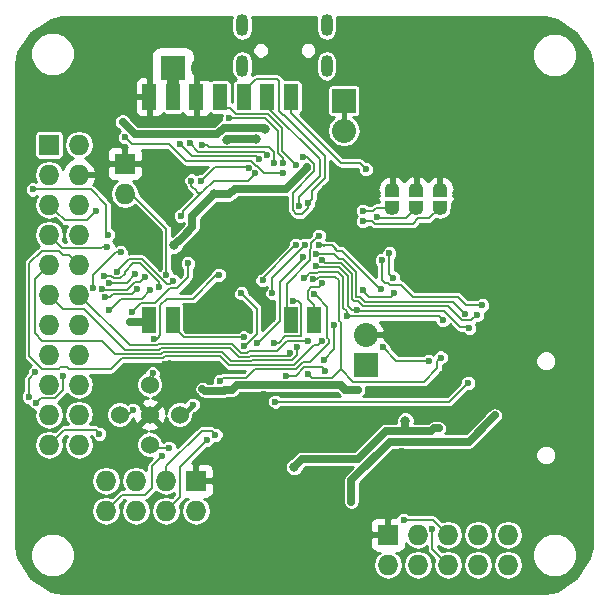
<source format=gbr>
G04 #@! TF.GenerationSoftware,KiCad,Pcbnew,no-vcs-found-7406~56~ubuntu16.10.1*
G04 #@! TF.CreationDate,2016-12-23T22:43:09+01:00*
G04 #@! TF.ProjectId,MysensorsGW,4D7973656E736F727347572E6B696361,rev?*
G04 #@! TF.FileFunction,Copper,L2,Bot,Plane*
G04 #@! TF.FilePolarity,Positive*
%FSLAX46Y46*%
G04 Gerber Fmt 4.6, Leading zero omitted, Abs format (unit mm)*
G04 Created by KiCad (PCBNEW no-vcs-found-7406~56~ubuntu16.10.1) date Fri Dec 23 22:43:09 2016*
%MOMM*%
%LPD*%
G01*
G04 APERTURE LIST*
%ADD10C,0.100000*%
%ADD11R,1.200000X2.200000*%
%ADD12C,0.600000*%
%ADD13R,2.032000X2.032000*%
%ADD14O,2.032000X2.032000*%
%ADD15O,1.050000X1.850000*%
%ADD16C,1.524000*%
%ADD17R,1.727200X1.727200*%
%ADD18O,1.727200X1.727200*%
%ADD19R,1.270000X0.600000*%
%ADD20O,1.270000X1.270000*%
%ADD21C,0.800000*%
%ADD22C,0.700000*%
%ADD23C,0.381000*%
%ADD24C,0.635000*%
%ADD25C,0.203200*%
%ADD26C,1.000000*%
%ADD27C,0.254000*%
G04 APERTURE END LIST*
D10*
D11*
X144399000Y-89773000D03*
X142399000Y-89773000D03*
X132399000Y-89773000D03*
X130399000Y-89773000D03*
X130399000Y-70873000D03*
X132399000Y-70873000D03*
X134399000Y-70873000D03*
X136399000Y-70873000D03*
X138399000Y-70873000D03*
X140399000Y-70873000D03*
X142399000Y-70873000D03*
D12*
X136200000Y-89400000D03*
D13*
X148742400Y-93548200D03*
D14*
X148742400Y-91008200D03*
D15*
X145427600Y-64795400D03*
X138277600Y-64795400D03*
X145427600Y-68245400D03*
X138277600Y-68245400D03*
D16*
X130434080Y-95234760D03*
D17*
X128346200Y-76530200D03*
D18*
X128346200Y-79070200D03*
D16*
X127894080Y-97769680D03*
X130434080Y-100309680D03*
X130434080Y-97769680D03*
X132974080Y-97769680D03*
D13*
X146888200Y-71196200D03*
D14*
X146888200Y-73736200D03*
D13*
X132384800Y-68402200D03*
D14*
X134924800Y-68402200D03*
D17*
X150622000Y-107950000D03*
D18*
X150622000Y-110490000D03*
X153162000Y-107950000D03*
X153162000Y-110490000D03*
X155702000Y-107950000D03*
X155702000Y-110490000D03*
X158242000Y-107950000D03*
X158242000Y-110490000D03*
X160782000Y-107950000D03*
X160782000Y-110490000D03*
X126746000Y-103378000D03*
X126746000Y-105918000D03*
X129286000Y-103378000D03*
X129286000Y-105918000D03*
X131826000Y-103378000D03*
X131826000Y-105918000D03*
D17*
X134366000Y-103378000D03*
D18*
X134366000Y-105918000D03*
D12*
X133700000Y-89600000D03*
D19*
X151000000Y-79944500D03*
X151000000Y-79055500D03*
D20*
X151000000Y-80262000D03*
X151000000Y-78738000D03*
D19*
X155000000Y-79944500D03*
X155000000Y-79055500D03*
D20*
X155000000Y-80262000D03*
X155000000Y-78738000D03*
D19*
X153000000Y-79055500D03*
X153000000Y-79944500D03*
D20*
X153000000Y-78738000D03*
X153000000Y-80262000D03*
D18*
X124460000Y-97790000D03*
X121920000Y-97790000D03*
X124460000Y-95250000D03*
X121920000Y-95250000D03*
X124460000Y-92710000D03*
X121920000Y-92710000D03*
X124460000Y-90170000D03*
X121920000Y-90170000D03*
X124460000Y-87630000D03*
X121920000Y-87630000D03*
X124460000Y-85090000D03*
X121920000Y-85090000D03*
D17*
X121920000Y-74930000D03*
D18*
X124460000Y-74930000D03*
X121920000Y-77470000D03*
X124460000Y-77470000D03*
X121920000Y-80010000D03*
X124460000Y-80010000D03*
X121920000Y-82550000D03*
X124460000Y-82550000D03*
X121920000Y-100330000D03*
X124460000Y-100330000D03*
D21*
X137247127Y-99183498D03*
D12*
X140094910Y-96045728D03*
X131521200Y-64643000D03*
X131711894Y-93512341D03*
X128252519Y-93933570D03*
D21*
X129590800Y-96545400D03*
X141198600Y-98120200D03*
D12*
X151818475Y-100842790D03*
D21*
X130600000Y-83400000D03*
X132220501Y-76920501D03*
X137870163Y-79981202D03*
X127368300Y-110274100D03*
D12*
X136321969Y-83515031D03*
D21*
X145367276Y-78641476D03*
X140487400Y-106311700D03*
X144272000Y-72580500D03*
D12*
X147726400Y-68834000D03*
X149402800Y-84226400D03*
X139303760Y-102529640D03*
X149976840Y-102682040D03*
X145992773Y-108448532D03*
X144485360Y-106055160D03*
X154000200Y-90576400D03*
X139941300Y-68237100D03*
X139956520Y-87866893D03*
X155194000Y-103886000D03*
X163322000Y-102997000D03*
X163449000Y-89662000D03*
X156133800Y-85006180D03*
X143068000Y-104978200D03*
X146812000Y-77597000D03*
X132867400Y-93454510D03*
X135636000Y-93454510D03*
X136154160Y-90622120D03*
X135032954Y-90638828D03*
D21*
X140182600Y-73609200D03*
D22*
X128168400Y-72999600D03*
D12*
X147523200Y-105156000D03*
X159664400Y-97840800D03*
X130835400Y-91363800D03*
X136309100Y-85940900D03*
X132073318Y-100596590D03*
X130686088Y-94277790D03*
X128916256Y-89108342D03*
X133685608Y-84946282D03*
X144494291Y-85193466D03*
X157518100Y-90449400D03*
X143394022Y-75929727D03*
X147976774Y-88904780D03*
X143850749Y-79868512D03*
X145066106Y-84684732D03*
X158140400Y-89331800D03*
X143524985Y-86211279D03*
X142855824Y-76658342D03*
X147127260Y-89458800D03*
X155270200Y-89763600D03*
X143860809Y-94341604D03*
X144270439Y-86313349D03*
X155105100Y-92938600D03*
X143098810Y-80124003D03*
X158610150Y-88506150D03*
X150100601Y-84695319D03*
X144534556Y-84152211D03*
X157139971Y-89244034D03*
X154389263Y-107420764D03*
X150016265Y-87173111D03*
X144805892Y-83450427D03*
X151955500Y-106680000D03*
X150745874Y-84099437D03*
X151053800Y-86207600D03*
X148755100Y-76987400D03*
X135265450Y-99939186D03*
X144396727Y-87554663D03*
X136364413Y-94951000D03*
X148476454Y-87253646D03*
X151155400Y-87477600D03*
X139575547Y-91731513D03*
X143427614Y-84452543D03*
X131483100Y-101295200D03*
X144759368Y-82613787D03*
X136019171Y-99490788D03*
X138448220Y-91982483D03*
X138206170Y-87493502D03*
X142621445Y-88185334D03*
X129021840Y-97363280D03*
X140933539Y-91705905D03*
X128354241Y-74274259D03*
X141776487Y-77301740D03*
X140394499Y-75818802D03*
X133831149Y-74810910D03*
X139729132Y-76170099D03*
X133005703Y-74852102D03*
X141747813Y-76454000D03*
X137172700Y-72669400D03*
X126898404Y-82538562D03*
X120550215Y-78710534D03*
X127018576Y-88936135D03*
X130495050Y-87227688D03*
X126687661Y-87831949D03*
X129387039Y-87136104D03*
X129235200Y-85877400D03*
X126986270Y-86624112D03*
X125666763Y-87070498D03*
X133096000Y-80949800D03*
X123139200Y-94488000D03*
X120827800Y-96748600D03*
X139399536Y-77348844D03*
X127989483Y-84017015D03*
X133982677Y-77950277D03*
X138822853Y-76863072D03*
X120192800Y-96266000D03*
X120738899Y-94196282D03*
X134781817Y-78031057D03*
X143891000Y-91506040D03*
X142355757Y-92518262D03*
X145011820Y-91543914D03*
X142954069Y-92062032D03*
X125920130Y-80518000D03*
D21*
X135864600Y-79113900D03*
X132524500Y-83452002D03*
D12*
X134101840Y-96946720D03*
X148097011Y-95664320D03*
X137419080Y-95697040D03*
X134917233Y-95572633D03*
X143764000Y-76809600D03*
X150164800Y-92087700D03*
X154058031Y-93244631D03*
X141067374Y-96674716D03*
X157409042Y-95091428D03*
D21*
X136964722Y-74483818D03*
D12*
X146054010Y-90218085D03*
D21*
X142692398Y-102189002D03*
X152091898Y-98281640D03*
X139420600Y-74422000D03*
D12*
X128740742Y-89958453D03*
X154940000Y-98937790D03*
X145171430Y-93105818D03*
X128742961Y-89955811D03*
X142030145Y-94469674D03*
X145313400Y-94056200D03*
X134848600Y-74904600D03*
X140995400Y-76454000D03*
X131862959Y-85918270D03*
X145076885Y-86631407D03*
X138425902Y-91230402D03*
X143586696Y-83375219D03*
X148500000Y-80500000D03*
X140839000Y-87503000D03*
X148500000Y-81400000D03*
X142814561Y-83398810D03*
X140000000Y-86400000D03*
X149700000Y-81000000D03*
X127645789Y-85691786D03*
X132461000Y-86436200D03*
X126873000Y-83540600D03*
X126417739Y-87116957D03*
X130019044Y-86144243D03*
X126542861Y-86011056D03*
X131205640Y-86980330D03*
X126187590Y-99385900D03*
D23*
X134620000Y-69240400D02*
X136220200Y-69240400D01*
X134416800Y-69443600D02*
X134620000Y-69240400D01*
X134416800Y-70355200D02*
X134416800Y-69443600D01*
X134399000Y-70873000D02*
X134399000Y-70373000D01*
X134399000Y-70373000D02*
X134416800Y-70355200D01*
X135211736Y-93454510D02*
X135636000Y-93454510D01*
X132189510Y-93454510D02*
X135211736Y-93454510D01*
X132080000Y-93345000D02*
X132189510Y-93454510D01*
D24*
X140063501Y-73490101D02*
X140182600Y-73609200D01*
X128168400Y-72999600D02*
X129209800Y-74041000D01*
X129209800Y-74041000D02*
X136177301Y-74041000D01*
X136177301Y-74041000D02*
X136728200Y-73490101D01*
X136728200Y-73490101D02*
X140063501Y-73490101D01*
X150774400Y-100050600D02*
X147523200Y-103301800D01*
X147523200Y-103301800D02*
X147523200Y-105156000D01*
X157480000Y-100050600D02*
X150774400Y-100050600D01*
X159364401Y-98166199D02*
X157480000Y-100050600D01*
X159664400Y-97840800D02*
X159364401Y-98140799D01*
X159364401Y-98140799D02*
X159364401Y-98166199D01*
D23*
X146888200Y-71272400D02*
X146888200Y-73812400D01*
D25*
X131056995Y-91329967D02*
X131007576Y-91329967D01*
X131316501Y-91070461D02*
X131056995Y-91329967D01*
X136309100Y-85940900D02*
X136266343Y-85983657D01*
X136266343Y-85983657D02*
X136066002Y-85983657D01*
X132073318Y-100596590D02*
X130720990Y-100596590D01*
X130720990Y-100596590D02*
X130434080Y-100309680D01*
X131881599Y-87955401D02*
X131316501Y-88520499D01*
X131316501Y-88520499D02*
X131316501Y-91070461D01*
X136066002Y-85983657D02*
X134094258Y-87955401D01*
X131316501Y-91070461D02*
X131196461Y-91190501D01*
X134094258Y-87955401D02*
X131881599Y-87955401D01*
X129216255Y-88808343D02*
X128916256Y-89108342D01*
X132726921Y-87091801D02*
X132152931Y-87091801D01*
X133685608Y-86133114D02*
X132726921Y-87091801D01*
X129670698Y-88353900D02*
X129216255Y-88808343D01*
X132152931Y-87091801D02*
X130890832Y-88353900D01*
X130890832Y-88353900D02*
X129670698Y-88353900D01*
X133685608Y-84946282D02*
X133685608Y-86133114D01*
X130434080Y-95234760D02*
X130686088Y-94982752D01*
X130686088Y-94982752D02*
X130686088Y-94702054D01*
X130686088Y-94702054D02*
X130686088Y-94277790D01*
X147211222Y-86005404D02*
X146494596Y-85288778D01*
X147552510Y-88904780D02*
X147211222Y-88563492D01*
X144589603Y-85288778D02*
X144494291Y-85193466D01*
X146494596Y-85288778D02*
X144589603Y-85288778D01*
X147211222Y-88563492D02*
X147211222Y-86005404D01*
X147976774Y-88904780D02*
X147552510Y-88904780D01*
X142544800Y-80454500D02*
X142544800Y-78984708D01*
X143371525Y-80772000D02*
X142862300Y-80772000D01*
X142544800Y-80454500D02*
X142862300Y-80772000D01*
X157178201Y-90352045D02*
X157420745Y-90352045D01*
X157420745Y-90352045D02*
X157518100Y-90449400D01*
X143850749Y-79868512D02*
X143850749Y-80292776D01*
X143850749Y-80292776D02*
X143371525Y-80772000D01*
X142544800Y-78984708D02*
X144386309Y-77143198D01*
X144386309Y-77143198D02*
X144386309Y-76627660D01*
X144386309Y-76627660D02*
X144348395Y-76589746D01*
X144348395Y-76589746D02*
X143764206Y-75929727D01*
X143764206Y-75929727D02*
X143394022Y-75929727D01*
X138399000Y-70373000D02*
X138399000Y-70873000D01*
X139430000Y-69342000D02*
X138399000Y-70373000D01*
X141236700Y-69342000D02*
X139430000Y-69342000D01*
X141770100Y-72377300D02*
X141427200Y-72034400D01*
X141782800Y-72377300D02*
X141770100Y-72377300D01*
X141427200Y-69532500D02*
X141236700Y-69342000D01*
X145270522Y-75865022D02*
X141782800Y-72377300D01*
X144195811Y-79523450D02*
X144195811Y-78816189D01*
X145270522Y-77741478D02*
X145270522Y-75865022D01*
X144195811Y-78816189D02*
X145270522Y-77741478D01*
X143850749Y-79868512D02*
X144195811Y-79523450D01*
X141427200Y-72034400D02*
X141427200Y-69532500D01*
X156753937Y-90352045D02*
X157178201Y-90352045D01*
X155386439Y-88984547D02*
X156753937Y-90352045D01*
X148056541Y-88984547D02*
X155386439Y-88984547D01*
X147976774Y-88904780D02*
X148056541Y-88984547D01*
X158140400Y-89331800D02*
X157674165Y-89798035D01*
X157674165Y-89798035D02*
X156874050Y-89798035D01*
X156874050Y-89798035D02*
X155671193Y-88595178D01*
X155671193Y-88595178D02*
X148495500Y-88595178D01*
X147566833Y-85858106D02*
X146641894Y-84933167D01*
X148495500Y-88595178D02*
X148079478Y-88179156D01*
X148079478Y-88179156D02*
X147745989Y-88179156D01*
X147745989Y-88179156D02*
X147566833Y-88000000D01*
X147566833Y-88000000D02*
X147566833Y-85858106D01*
X145314541Y-84933167D02*
X145066106Y-84684732D01*
X146641894Y-84933167D02*
X145314541Y-84933167D01*
X145066106Y-84712221D02*
X145066106Y-84684732D01*
X145136154Y-84782269D02*
X145066106Y-84712221D01*
X140427808Y-72299578D02*
X141655800Y-73527570D01*
X141655800Y-73527570D02*
X141655800Y-75458318D01*
X141655800Y-75458318D02*
X142555825Y-76358343D01*
X144437744Y-85759347D02*
X144300000Y-85759347D01*
X144626114Y-85759347D02*
X144437744Y-85759347D01*
X146855611Y-86152702D02*
X146424704Y-85721795D01*
X147127260Y-89458800D02*
X147127260Y-89034536D01*
X144663666Y-85721795D02*
X144626114Y-85759347D01*
X146855611Y-88762887D02*
X146855611Y-86152702D01*
X147127260Y-89034536D02*
X146855611Y-88762887D01*
X146424704Y-85721795D02*
X144663666Y-85721795D01*
X144536207Y-85759347D02*
X144300000Y-85759347D01*
X144300000Y-85759347D02*
X143976917Y-85759347D01*
X143824984Y-85911280D02*
X143524985Y-86211279D01*
X143976917Y-85759347D02*
X143824984Y-85911280D01*
X142555825Y-76358343D02*
X142855824Y-76658342D01*
X137757331Y-72299578D02*
X140427808Y-72299578D01*
X137230753Y-71773000D02*
X137757331Y-72299578D01*
X136399000Y-71773000D02*
X137230753Y-71773000D01*
X154965400Y-89458800D02*
X147551524Y-89458800D01*
X147551524Y-89458800D02*
X147127260Y-89458800D01*
X155270200Y-89763600D02*
X154965400Y-89458800D01*
X140473632Y-71773000D02*
X144864113Y-76163481D01*
X144160808Y-94641603D02*
X143860809Y-94341604D01*
X146621500Y-93916502D02*
X145896399Y-94641603D01*
X145896399Y-94641603D02*
X144160808Y-94641603D01*
X146500000Y-86400000D02*
X146500000Y-89844151D01*
X144575021Y-86313349D02*
X144810964Y-86077406D01*
X146177406Y-86077406D02*
X146500000Y-86400000D01*
X144270439Y-86313349D02*
X144575021Y-86313349D01*
X144810964Y-86077406D02*
X146177406Y-86077406D01*
X146500000Y-89844151D02*
X146621500Y-89965651D01*
X146621500Y-89965651D02*
X146621500Y-93535500D01*
X154805101Y-93860899D02*
X153696972Y-94969028D01*
X153696972Y-94969028D02*
X147674026Y-94969028D01*
X155105100Y-92938600D02*
X154805101Y-93238599D01*
X154805101Y-93238599D02*
X154805101Y-93860899D01*
X144864113Y-76163481D02*
X144864113Y-77563687D01*
X143098810Y-79699739D02*
X143098810Y-80124003D01*
X143098810Y-79328990D02*
X143098810Y-79699739D01*
X140399000Y-71773000D02*
X140473632Y-71773000D01*
X144864113Y-77563687D02*
X143098810Y-79328990D01*
X146621500Y-93726000D02*
X146621500Y-93535500D01*
X147674026Y-94969028D02*
X146621500Y-93916502D01*
X146621500Y-93916502D02*
X146621500Y-93535500D01*
X150100601Y-84695319D02*
X150100601Y-86346601D01*
X150100601Y-86346601D02*
X150406100Y-86652100D01*
X150406100Y-86652100D02*
X150603194Y-86652100D01*
X150603194Y-86652100D02*
X150763495Y-86812401D01*
X150763495Y-86812401D02*
X151747501Y-86812401D01*
X152717500Y-87782400D02*
X156514800Y-87782400D01*
X151747501Y-86812401D02*
X152717500Y-87782400D01*
X156514800Y-87782400D02*
X157238550Y-88506150D01*
X157238550Y-88506150D02*
X158610150Y-88506150D01*
X148262697Y-87798145D02*
X147922444Y-87798145D01*
X157139971Y-89244034D02*
X156110104Y-88214167D01*
X147922444Y-85710808D02*
X146789192Y-84577556D01*
X146042366Y-84130730D02*
X144556037Y-84130730D01*
X147922444Y-87798145D02*
X147922444Y-85710808D01*
X148678719Y-88214167D02*
X148262697Y-87798145D01*
X156110104Y-88214167D02*
X148678719Y-88214167D01*
X146789192Y-84577556D02*
X146489192Y-84577556D01*
X146489192Y-84577556D02*
X146042366Y-84130730D01*
X144556037Y-84130730D02*
X144534556Y-84152211D01*
X154389263Y-107845028D02*
X154389263Y-107420764D01*
X155702000Y-110490000D02*
X154389263Y-109177263D01*
X154389263Y-109177263D02*
X154389263Y-107845028D01*
X149716266Y-86873112D02*
X150016265Y-87173111D01*
X146342100Y-83896822D02*
X146739976Y-83896822D01*
X146739976Y-83896822D02*
X149716266Y-86873112D01*
X145240537Y-83462573D02*
X145240537Y-83460808D01*
X145895705Y-83450427D02*
X145230156Y-83450427D01*
X146342100Y-83896822D02*
X145895705Y-83450427D01*
X145240537Y-83460808D02*
X145230156Y-83450427D01*
X145230156Y-83450427D02*
X144805892Y-83450427D01*
X146138278Y-83693000D02*
X146342100Y-83896822D01*
X151955500Y-106680000D02*
X154432000Y-106680000D01*
X154432000Y-106680000D02*
X155702000Y-107950000D01*
X150745874Y-84099437D02*
X150745874Y-85899674D01*
X150745874Y-85899674D02*
X151053800Y-86207600D01*
X142399000Y-72227000D02*
X146634200Y-76462200D01*
X146634200Y-76462200D02*
X148229900Y-76462200D01*
X148229900Y-76462200D02*
X148755100Y-76987400D01*
X142399000Y-70873000D02*
X142399000Y-72227000D01*
X133019801Y-102184835D02*
X134965451Y-100239185D01*
X134965451Y-100239185D02*
X135265450Y-99939186D01*
X131826000Y-105918000D02*
X133019801Y-104724199D01*
X133019801Y-104724199D02*
X133019801Y-102184835D01*
X144696726Y-87854662D02*
X144396727Y-87554663D01*
X136664412Y-94651001D02*
X138609546Y-94651001D01*
X143463715Y-93294189D02*
X144045048Y-93294189D01*
X136364413Y-94951000D02*
X136664412Y-94651001D01*
X138609546Y-94651001D02*
X139344874Y-93915673D01*
X142842231Y-93915673D02*
X143463715Y-93294189D01*
X139344874Y-93915673D02*
X142842231Y-93915673D01*
X144045048Y-93294189D02*
X145641328Y-91697909D01*
X145500000Y-91244061D02*
X145500000Y-88657936D01*
X145641328Y-91385389D02*
X145500000Y-91244061D01*
X145500000Y-88657936D02*
X144696726Y-87854662D01*
X145641328Y-91697909D02*
X145641328Y-91385389D01*
X150855401Y-87777599D02*
X149000407Y-87777599D01*
X151155400Y-87477600D02*
X150855401Y-87777599D01*
X148776453Y-87553645D02*
X148476454Y-87253646D01*
X149000407Y-87777599D02*
X148776453Y-87553645D01*
X143395150Y-84594150D02*
X141443801Y-86545499D01*
X139875546Y-91431514D02*
X139575547Y-91731513D01*
X141443801Y-89863259D02*
X139875546Y-91431514D01*
X141443801Y-86545499D02*
X141443801Y-89863259D01*
X131379935Y-101377712D02*
X131400588Y-101377712D01*
X131400588Y-101377712D02*
X131483100Y-101295200D01*
X130647439Y-102110208D02*
X131379935Y-101377712D01*
X130647439Y-103943710D02*
X130647439Y-102110208D01*
X130034588Y-104556561D02*
X130647439Y-103943710D01*
X128107439Y-104556561D02*
X130034588Y-104556561D01*
X126746000Y-105918000D02*
X128107439Y-104556561D01*
X144045991Y-84714458D02*
X144045991Y-84483568D01*
X144045991Y-84483568D02*
X143980555Y-84418132D01*
X142399000Y-89773000D02*
X142067443Y-89441443D01*
X142067443Y-86693006D02*
X144045991Y-84714458D01*
X143980555Y-83801284D02*
X144140698Y-83641141D01*
X142067443Y-89441443D02*
X142067443Y-86693006D01*
X144459369Y-82913786D02*
X144759368Y-82613787D01*
X144140698Y-83232457D02*
X144459369Y-82913786D01*
X143980555Y-84418132D02*
X143980555Y-83801284D01*
X144140698Y-83641141D02*
X144140698Y-83232457D01*
X138784912Y-91682484D02*
X139500000Y-90967396D01*
X138448220Y-91982483D02*
X138748219Y-91682484D01*
X138748219Y-91682484D02*
X138784912Y-91682484D01*
X139500000Y-90967396D02*
X139500000Y-90500000D01*
X135719172Y-99190789D02*
X136019171Y-99490788D01*
X134837692Y-99144994D02*
X135673377Y-99144994D01*
X131826000Y-103378000D02*
X131826000Y-102156686D01*
X131826000Y-102156686D02*
X134837692Y-99144994D01*
X135673377Y-99144994D02*
X135719172Y-99190789D01*
X139500000Y-88787332D02*
X139500000Y-90500000D01*
X139500000Y-90500000D02*
X139500000Y-90800000D01*
X138206170Y-87493502D02*
X139500000Y-88787332D01*
X132334000Y-102870000D02*
X131826000Y-103378000D01*
X141936707Y-91127001D02*
X143202201Y-91127001D01*
X143253001Y-91076201D02*
X143253001Y-88392626D01*
X143045709Y-88185334D02*
X142621445Y-88185334D01*
X143253001Y-88392626D02*
X143045709Y-88185334D01*
X143202201Y-91127001D02*
X143253001Y-91076201D01*
X141357803Y-91705905D02*
X141936707Y-91127001D01*
X140933539Y-91705905D02*
X141357803Y-91705905D01*
X127894080Y-97769680D02*
X128615440Y-97769680D01*
X128615440Y-97769680D02*
X129021840Y-97363280D01*
X128654240Y-74574258D02*
X128354241Y-74274259D01*
X132102018Y-74850418D02*
X128930400Y-74850418D01*
X133534134Y-76282534D02*
X132102018Y-74850418D01*
X139465933Y-76722663D02*
X139025804Y-76282534D01*
X141776487Y-77301740D02*
X140140940Y-77301740D01*
X140140940Y-77301740D02*
X139561863Y-76722663D01*
X139561863Y-76722663D02*
X139465933Y-76722663D01*
X139025804Y-76282534D02*
X133534134Y-76282534D01*
X128930400Y-74850418D02*
X128654240Y-74574258D01*
X134535523Y-75515284D02*
X140090981Y-75515284D01*
X140090981Y-75515284D02*
X140094500Y-75518803D01*
X133831149Y-74810910D02*
X134535523Y-75515284D01*
X140094500Y-75518803D02*
X140394499Y-75818802D01*
X139460556Y-75901523D02*
X139729132Y-76170099D01*
X134055124Y-75901523D02*
X139460556Y-75901523D01*
X133005703Y-74852102D02*
X134055124Y-75901523D01*
X141300189Y-73725620D02*
X141300189Y-75605616D01*
X141747813Y-76053239D02*
X141747813Y-76454000D01*
X141300189Y-75605616D02*
X141747813Y-76053239D01*
X137172700Y-72669400D02*
X140243969Y-72669400D01*
X140243969Y-72669400D02*
X141300189Y-73725620D01*
X126774139Y-80038139D02*
X126774139Y-82414297D01*
X120550215Y-78710534D02*
X125446534Y-78710534D01*
X125446534Y-78710534D02*
X126774139Y-80038139D01*
X126774139Y-82414297D02*
X126898404Y-82538562D01*
X127318575Y-88636136D02*
X127018576Y-88936135D01*
X130495050Y-87227688D02*
X129776018Y-87946720D01*
X129776018Y-87946720D02*
X128007991Y-87946720D01*
X128007991Y-87946720D02*
X127318575Y-88636136D01*
X127359873Y-87584001D02*
X127111925Y-87831949D01*
X129387039Y-87136104D02*
X128939142Y-87584001D01*
X128939142Y-87584001D02*
X127359873Y-87584001D01*
X127111925Y-87831949D02*
X126687661Y-87831949D01*
X128298148Y-86624112D02*
X128168400Y-86624112D01*
X128168400Y-86624112D02*
X127410534Y-86624112D01*
X129235200Y-85877400D02*
X128488488Y-86624112D01*
X128488488Y-86624112D02*
X128168400Y-86624112D01*
X127410534Y-86624112D02*
X126986270Y-86624112D01*
X127989483Y-84017015D02*
X127565219Y-84017015D01*
X127565219Y-84017015D02*
X125666763Y-85915471D01*
X125666763Y-85915471D02*
X125666763Y-86646234D01*
X125666763Y-86646234D02*
X125666763Y-87070498D01*
X133253190Y-80570220D02*
X133253190Y-80792610D01*
X133253190Y-80792610D02*
X133096000Y-80949800D01*
X120827800Y-96748600D02*
X121208799Y-96367601D01*
X121208799Y-96367601D02*
X122456449Y-96367601D01*
X122456449Y-96367601D02*
X123139200Y-95684850D01*
X123139200Y-95684850D02*
X123139200Y-94488000D01*
X133253190Y-80570220D02*
X134708900Y-79114510D01*
X134708900Y-79114510D02*
X134950200Y-78873210D01*
X134481346Y-78873210D02*
X134481346Y-78886956D01*
X134481346Y-78886956D02*
X134708900Y-79114510D01*
X139099537Y-77648843D02*
X139399536Y-77348844D01*
X135853312Y-77970098D02*
X138778282Y-77970098D01*
X134950200Y-78873210D02*
X135853312Y-77970098D01*
X138778282Y-77970098D02*
X139099537Y-77648843D01*
X134481346Y-78873210D02*
X133982677Y-78374541D01*
X133982677Y-78374541D02*
X133982677Y-77950277D01*
X134010400Y-77978000D02*
X133982677Y-77950277D01*
X120192800Y-96266000D02*
X120192800Y-94742381D01*
X120192800Y-94742381D02*
X120738899Y-94196282D01*
X135081816Y-77731058D02*
X134781817Y-78031057D01*
X138849381Y-76836544D02*
X135976330Y-76836544D01*
X135976330Y-76836544D02*
X135081816Y-77731058D01*
X138850223Y-92400402D02*
X141196274Y-92400402D01*
X131101321Y-91917801D02*
X131267956Y-91751166D01*
X131267956Y-91751166D02*
X137396981Y-91751166D01*
X128747801Y-91917801D02*
X131101321Y-91917801D01*
X138714141Y-92536484D02*
X138850223Y-92400402D01*
X137396981Y-91751166D02*
X138182299Y-92536484D01*
X138182299Y-92536484D02*
X138714141Y-92536484D01*
X141196274Y-92400402D02*
X142088664Y-91508012D01*
X124460000Y-87630000D02*
X128747801Y-91917801D01*
X142088664Y-91508012D02*
X143545560Y-91508012D01*
X143545560Y-91508012D02*
X143688982Y-91508012D01*
X143891000Y-91506040D02*
X143889028Y-91508012D01*
X143889028Y-91508012D02*
X143545560Y-91508012D01*
X131248619Y-92273412D02*
X128330238Y-92273412D01*
X142367025Y-92771649D02*
X138981885Y-92771649D01*
X138861439Y-92892095D02*
X138035001Y-92892095D01*
X122783599Y-88493599D02*
X121920000Y-87630000D01*
X124880627Y-88823801D02*
X123113801Y-88823801D01*
X123113801Y-88823801D02*
X122783599Y-88493599D01*
X128330238Y-92273412D02*
X124880627Y-88823801D01*
X131415254Y-92106777D02*
X131248619Y-92273412D01*
X138035001Y-92892095D02*
X137249683Y-92106777D01*
X138981885Y-92771649D02*
X138861439Y-92892095D01*
X137249683Y-92106777D02*
X131415254Y-92106777D01*
X142367025Y-92529530D02*
X142355757Y-92518262D01*
X142367025Y-92771649D02*
X142367025Y-92529530D01*
X142367025Y-92771649D02*
X142369766Y-92771649D01*
X121346975Y-93903801D02*
X120268989Y-92825815D01*
X122733297Y-93903801D02*
X121346975Y-93903801D01*
X123646703Y-93903801D02*
X123486401Y-93743499D01*
X131709850Y-92817999D02*
X131543215Y-92984634D01*
X122893599Y-93743499D02*
X122733297Y-93903801D01*
X121346975Y-83896199D02*
X122763290Y-83896199D01*
X136403901Y-92817999D02*
X131709850Y-92817999D01*
X127177648Y-93903801D02*
X123646703Y-93903801D01*
X137189219Y-93603317D02*
X136403901Y-92817999D01*
X139156035Y-93603317D02*
X137189219Y-93603317D01*
X120268989Y-84974185D02*
X121346975Y-83896199D01*
X139217537Y-93541815D02*
X139156035Y-93603317D01*
X142677259Y-93541815D02*
X139217537Y-93541815D01*
X144375161Y-91843913D02*
X142677259Y-93541815D01*
X131543215Y-92984634D02*
X128096815Y-92984634D01*
X123596401Y-84226401D02*
X124460000Y-85090000D01*
X144711821Y-91843913D02*
X144375161Y-91843913D01*
X123486401Y-93743499D02*
X122893599Y-93743499D01*
X145011820Y-91543914D02*
X144711821Y-91843913D01*
X120268989Y-92825815D02*
X120268989Y-84974185D01*
X123093492Y-84226401D02*
X123596401Y-84226401D01*
X122763290Y-83896199D02*
X123093492Y-84226401D01*
X128096815Y-92984634D02*
X127177648Y-93903801D01*
X127545063Y-92629023D02*
X126432239Y-91516199D01*
X120726199Y-90895423D02*
X120726199Y-86283801D01*
X139095639Y-93160804D02*
X139008737Y-93247706D01*
X137372438Y-93247706D02*
X136587120Y-92462388D01*
X142954069Y-92062032D02*
X142954069Y-92726175D01*
X120726199Y-86283801D02*
X121056401Y-85953599D01*
X121346975Y-91516199D02*
X120726199Y-90895423D01*
X136587120Y-92462388D02*
X131562552Y-92462388D01*
X139008737Y-93247706D02*
X137372438Y-93247706D01*
X142519440Y-93160804D02*
X139095639Y-93160804D01*
X142954069Y-92726175D02*
X142519440Y-93160804D01*
X121056401Y-85953599D02*
X121920000Y-85090000D01*
X131562552Y-92462388D02*
X131395917Y-92629023D01*
X126432239Y-91516199D02*
X121346975Y-91516199D01*
X131395917Y-92629023D02*
X127545063Y-92629023D01*
X125920130Y-80518000D02*
X125107330Y-81330800D01*
X123240800Y-81330800D02*
X122555000Y-80645000D01*
X125107330Y-81330800D02*
X123240800Y-81330800D01*
X122555000Y-80645000D02*
X121920000Y-80010000D01*
D24*
X147015200Y-95664320D02*
X147672747Y-95664320D01*
X146626707Y-95275827D02*
X147015200Y-95664320D01*
X147672747Y-95664320D02*
X148097011Y-95664320D01*
X137840293Y-95275827D02*
X146626707Y-95275827D01*
X137419080Y-95697040D02*
X137840293Y-95275827D01*
X143764000Y-76809600D02*
X143764000Y-76885429D01*
X143764000Y-76885429D02*
X142022828Y-78626601D01*
X137194402Y-79113900D02*
X135864600Y-79113900D01*
X142022828Y-78626601D02*
X137681701Y-78626601D01*
X137681701Y-78626601D02*
X137194402Y-79113900D01*
X133235700Y-82740802D02*
X132524500Y-83452002D01*
X135864600Y-79113900D02*
X134061200Y-80917300D01*
X134061200Y-80917300D02*
X134061200Y-81915302D01*
X134061200Y-81915302D02*
X133235700Y-82740802D01*
X137419080Y-95697040D02*
X136814215Y-95697040D01*
X136814215Y-95697040D02*
X136752254Y-95759001D01*
X136752254Y-95759001D02*
X135103601Y-95759001D01*
X135103601Y-95759001D02*
X134917233Y-95572633D01*
D23*
X132974080Y-97769680D02*
X133278880Y-97769680D01*
X133278880Y-97769680D02*
X134101840Y-96946720D01*
D25*
X150164800Y-92087700D02*
X151321731Y-93244631D01*
X151321731Y-93244631D02*
X154058031Y-93244631D01*
X141491638Y-96674716D02*
X141067374Y-96674716D01*
X157409042Y-95091428D02*
X155825754Y-96674716D01*
X155825754Y-96674716D02*
X141491638Y-96674716D01*
D24*
X139420600Y-74422000D02*
X137026540Y-74422000D01*
X137026540Y-74422000D02*
X136964722Y-74483818D01*
D25*
X146054010Y-90642349D02*
X146054010Y-90218085D01*
X146054010Y-92223238D02*
X146054010Y-90642349D01*
X145171430Y-93105818D02*
X146054010Y-92223238D01*
D24*
X152298400Y-99161600D02*
X150418800Y-99161600D01*
X150418800Y-99161600D02*
X148069300Y-101511100D01*
X148069300Y-101511100D02*
X143370300Y-101511100D01*
X143370300Y-101511100D02*
X142692398Y-102189002D01*
X154291926Y-99161600D02*
X152298400Y-99161600D01*
X152091898Y-98281640D02*
X152091898Y-98955098D01*
X152091898Y-98955098D02*
X152298400Y-99161600D01*
X154940000Y-98937790D02*
X154515736Y-98937790D01*
X154515736Y-98937790D02*
X154291926Y-99161600D01*
X128740742Y-89958453D02*
X130213547Y-89958453D01*
X130213547Y-89958453D02*
X130399000Y-89773000D01*
D25*
X145313400Y-94056200D02*
X145013401Y-93756201D01*
X142827060Y-94469674D02*
X142454409Y-94469674D01*
X143540533Y-93756201D02*
X142827060Y-94469674D01*
X145013401Y-93756201D02*
X143540533Y-93756201D01*
X142454409Y-94469674D02*
X142030145Y-94469674D01*
X140944578Y-75534487D02*
X140944578Y-75752914D01*
X140995400Y-75803736D02*
X140995400Y-76029736D01*
X140995400Y-76029736D02*
X140995400Y-76454000D01*
X140944578Y-75752914D02*
X140995400Y-75803736D01*
X135272864Y-74904600D02*
X135507765Y-75139501D01*
X134848600Y-74904600D02*
X135272864Y-74904600D01*
X140549592Y-75139501D02*
X140944578Y-75534487D01*
X135507765Y-75139501D02*
X140549592Y-75139501D01*
X128803400Y-78968600D02*
X131862959Y-82028159D01*
X131862959Y-85494006D02*
X131862959Y-85918270D01*
X131862959Y-82028159D02*
X131862959Y-85494006D01*
X144130806Y-87000662D02*
X143842726Y-87288742D01*
X143842726Y-87288742D02*
X143842726Y-87942726D01*
X143842726Y-87942726D02*
X144399000Y-88499000D01*
X144399000Y-88499000D02*
X144399000Y-89773000D01*
X144130806Y-87000662D02*
X144707630Y-87000662D01*
X144707630Y-87000662D02*
X144776886Y-86931406D01*
X144776886Y-86931406D02*
X145076885Y-86631407D01*
X144199337Y-87000662D02*
X144200000Y-86999999D01*
X144130806Y-87000662D02*
X144199337Y-87000662D01*
X138425902Y-91230402D02*
X133356402Y-91230402D01*
X133356402Y-91230402D02*
X132399000Y-90273000D01*
X132399000Y-90273000D02*
X132399000Y-89773000D01*
X149600000Y-80262000D02*
X151000000Y-80262000D01*
X148500000Y-80500000D02*
X149362000Y-80500000D01*
X149362000Y-80500000D02*
X149600000Y-80262000D01*
X140839000Y-86180922D02*
X143586696Y-83433226D01*
X143586696Y-83433226D02*
X143586696Y-83375219D01*
X140839000Y-87503000D02*
X140839000Y-86180922D01*
X153148999Y-81151001D02*
X154110999Y-81151001D01*
X154110999Y-81151001D02*
X155000000Y-80262000D01*
X149500000Y-81600000D02*
X152700000Y-81600000D01*
X152700000Y-81600000D02*
X153148999Y-81151001D01*
X148500000Y-81400000D02*
X149300000Y-81400000D01*
X149300000Y-81400000D02*
X149500000Y-81600000D01*
X142514562Y-83698809D02*
X142814561Y-83398810D01*
X142513371Y-83700000D02*
X142514562Y-83698809D01*
X142500000Y-83700000D02*
X142513371Y-83700000D01*
X142600000Y-83600000D02*
X142500000Y-83700000D01*
X142500000Y-83700000D02*
X140000000Y-86200000D01*
X140000000Y-86200000D02*
X140000000Y-86400000D01*
X153000000Y-80262000D02*
X152110999Y-81151001D01*
X152110999Y-81151001D02*
X149851001Y-81151001D01*
X149851001Y-81151001D02*
X149700000Y-81000000D01*
X127945788Y-85391787D02*
X127645789Y-85691786D01*
X128730175Y-84607400D02*
X127945788Y-85391787D01*
X131897399Y-86736199D02*
X129768600Y-84607400D01*
X132161001Y-86736199D02*
X131897399Y-86736199D01*
X132461000Y-86436200D02*
X132161001Y-86736199D01*
X129768600Y-84607400D02*
X128730175Y-84607400D01*
X122783599Y-83413599D02*
X121920000Y-82550000D01*
X126873000Y-83540600D02*
X126448736Y-83540600D01*
X126448736Y-83540600D02*
X126321735Y-83667601D01*
X126321735Y-83667601D02*
X123037601Y-83667601D01*
X123037601Y-83667601D02*
X122783599Y-83413599D01*
X129184400Y-86537241D02*
X128543527Y-87178114D01*
X129184400Y-86537241D02*
X129626046Y-86537241D01*
X129626046Y-86537241D02*
X130019044Y-86144243D01*
X126478896Y-87178114D02*
X126417739Y-87116957D01*
X128543527Y-87178114D02*
X126478896Y-87178114D01*
X128320227Y-85848840D02*
X127923279Y-86245788D01*
X129621302Y-84963011D02*
X129052297Y-84963011D01*
X131205640Y-86980330D02*
X131205640Y-86547349D01*
X129052297Y-84963011D02*
X128320227Y-85695081D01*
X127923279Y-86245788D02*
X127391435Y-86245788D01*
X127391435Y-86245788D02*
X127156703Y-86011056D01*
X128320227Y-85695081D02*
X128320227Y-85848840D01*
X127156703Y-86011056D02*
X126967125Y-86011056D01*
X126967125Y-86011056D02*
X126542861Y-86011056D01*
X131205640Y-86547349D02*
X129621302Y-84963011D01*
X125887591Y-99085901D02*
X126187590Y-99385900D01*
X123164099Y-99085901D02*
X125887591Y-99085901D01*
X121920000Y-100330000D02*
X123164099Y-99085901D01*
D26*
X132384800Y-68402200D02*
X132384800Y-70858800D01*
D25*
X132384800Y-70858800D02*
X132399000Y-70873000D01*
D27*
G36*
X137371600Y-64369814D02*
X137371600Y-65220986D01*
X137440565Y-65567697D01*
X137636961Y-65861625D01*
X137930889Y-66058021D01*
X138277600Y-66126986D01*
X138624311Y-66058021D01*
X138918239Y-65861625D01*
X139114635Y-65567697D01*
X139183600Y-65220986D01*
X139183600Y-64369814D01*
X139135301Y-64127000D01*
X144569899Y-64127000D01*
X144521600Y-64369814D01*
X144521600Y-65220986D01*
X144590565Y-65567697D01*
X144786961Y-65861625D01*
X145080889Y-66058021D01*
X145427600Y-66126986D01*
X145774311Y-66058021D01*
X146068239Y-65861625D01*
X146264635Y-65567697D01*
X146333600Y-65220986D01*
X146333600Y-64369814D01*
X146285301Y-64127000D01*
X163942909Y-64127000D01*
X164936591Y-64324656D01*
X166578353Y-65421647D01*
X167675344Y-67063409D01*
X167873000Y-68057091D01*
X167873000Y-108942909D01*
X167675344Y-109936591D01*
X166578353Y-111578353D01*
X164936591Y-112675344D01*
X163942909Y-112873000D01*
X123057091Y-112873000D01*
X122063409Y-112675344D01*
X120421647Y-111578353D01*
X119386411Y-110029013D01*
X120327674Y-110029013D01*
X120613436Y-110720609D01*
X121142108Y-111250204D01*
X121833204Y-111537173D01*
X122581513Y-111537826D01*
X123273109Y-111252064D01*
X123802704Y-110723392D01*
X124089673Y-110032296D01*
X124090326Y-109283987D01*
X123804564Y-108592391D01*
X123448545Y-108235750D01*
X149123400Y-108235750D01*
X149123400Y-108939910D01*
X149220073Y-109173299D01*
X149398702Y-109351927D01*
X149632091Y-109448600D01*
X149959007Y-109448600D01*
X149717552Y-109609935D01*
X149447757Y-110013712D01*
X149353017Y-110490000D01*
X149447757Y-110966288D01*
X149717552Y-111370065D01*
X150121329Y-111639860D01*
X150597617Y-111734600D01*
X150646383Y-111734600D01*
X151122671Y-111639860D01*
X151526448Y-111370065D01*
X151796243Y-110966288D01*
X151890983Y-110490000D01*
X151893017Y-110490000D01*
X151987757Y-110966288D01*
X152257552Y-111370065D01*
X152661329Y-111639860D01*
X153137617Y-111734600D01*
X153186383Y-111734600D01*
X153662671Y-111639860D01*
X154066448Y-111370065D01*
X154336243Y-110966288D01*
X154430983Y-110490000D01*
X154336243Y-110013712D01*
X154066448Y-109609935D01*
X153662671Y-109340140D01*
X153186383Y-109245400D01*
X153137617Y-109245400D01*
X152661329Y-109340140D01*
X152257552Y-109609935D01*
X151987757Y-110013712D01*
X151893017Y-110490000D01*
X151890983Y-110490000D01*
X151796243Y-110013712D01*
X151526448Y-109609935D01*
X151284993Y-109448600D01*
X151611909Y-109448600D01*
X151845298Y-109351927D01*
X152023927Y-109173299D01*
X152120600Y-108939910D01*
X152120600Y-108625102D01*
X152257552Y-108830065D01*
X152661329Y-109099860D01*
X153137617Y-109194600D01*
X153186383Y-109194600D01*
X153662671Y-109099860D01*
X153906663Y-108936830D01*
X153906663Y-109177263D01*
X153943399Y-109361946D01*
X154048013Y-109518513D01*
X154533948Y-110004447D01*
X154527757Y-110013712D01*
X154433017Y-110490000D01*
X154527757Y-110966288D01*
X154797552Y-111370065D01*
X155201329Y-111639860D01*
X155677617Y-111734600D01*
X155726383Y-111734600D01*
X156202671Y-111639860D01*
X156606448Y-111370065D01*
X156876243Y-110966288D01*
X156970983Y-110490000D01*
X156973017Y-110490000D01*
X157067757Y-110966288D01*
X157337552Y-111370065D01*
X157741329Y-111639860D01*
X158217617Y-111734600D01*
X158266383Y-111734600D01*
X158742671Y-111639860D01*
X159146448Y-111370065D01*
X159416243Y-110966288D01*
X159510983Y-110490000D01*
X159513017Y-110490000D01*
X159607757Y-110966288D01*
X159877552Y-111370065D01*
X160281329Y-111639860D01*
X160757617Y-111734600D01*
X160806383Y-111734600D01*
X161282671Y-111639860D01*
X161686448Y-111370065D01*
X161956243Y-110966288D01*
X162050983Y-110490000D01*
X161959287Y-110029013D01*
X162829674Y-110029013D01*
X163115436Y-110720609D01*
X163644108Y-111250204D01*
X164335204Y-111537173D01*
X165083513Y-111537826D01*
X165775109Y-111252064D01*
X166304704Y-110723392D01*
X166591673Y-110032296D01*
X166592326Y-109283987D01*
X166306564Y-108592391D01*
X165777892Y-108062796D01*
X165086796Y-107775827D01*
X164338487Y-107775174D01*
X163646891Y-108060936D01*
X163117296Y-108589608D01*
X162830327Y-109280704D01*
X162829674Y-110029013D01*
X161959287Y-110029013D01*
X161956243Y-110013712D01*
X161686448Y-109609935D01*
X161282671Y-109340140D01*
X160806383Y-109245400D01*
X160757617Y-109245400D01*
X160281329Y-109340140D01*
X159877552Y-109609935D01*
X159607757Y-110013712D01*
X159513017Y-110490000D01*
X159510983Y-110490000D01*
X159416243Y-110013712D01*
X159146448Y-109609935D01*
X158742671Y-109340140D01*
X158266383Y-109245400D01*
X158217617Y-109245400D01*
X157741329Y-109340140D01*
X157337552Y-109609935D01*
X157067757Y-110013712D01*
X156973017Y-110490000D01*
X156970983Y-110490000D01*
X156876243Y-110013712D01*
X156606448Y-109609935D01*
X156202671Y-109340140D01*
X155726383Y-109245400D01*
X155677617Y-109245400D01*
X155229113Y-109334613D01*
X154871863Y-108977363D01*
X154871863Y-108879718D01*
X155201329Y-109099860D01*
X155677617Y-109194600D01*
X155726383Y-109194600D01*
X156202671Y-109099860D01*
X156606448Y-108830065D01*
X156876243Y-108426288D01*
X156970983Y-107950000D01*
X156973017Y-107950000D01*
X157067757Y-108426288D01*
X157337552Y-108830065D01*
X157741329Y-109099860D01*
X158217617Y-109194600D01*
X158266383Y-109194600D01*
X158742671Y-109099860D01*
X159146448Y-108830065D01*
X159416243Y-108426288D01*
X159510983Y-107950000D01*
X159513017Y-107950000D01*
X159607757Y-108426288D01*
X159877552Y-108830065D01*
X160281329Y-109099860D01*
X160757617Y-109194600D01*
X160806383Y-109194600D01*
X161282671Y-109099860D01*
X161686448Y-108830065D01*
X161956243Y-108426288D01*
X162050983Y-107950000D01*
X161956243Y-107473712D01*
X161686448Y-107069935D01*
X161282671Y-106800140D01*
X160806383Y-106705400D01*
X160757617Y-106705400D01*
X160281329Y-106800140D01*
X159877552Y-107069935D01*
X159607757Y-107473712D01*
X159513017Y-107950000D01*
X159510983Y-107950000D01*
X159416243Y-107473712D01*
X159146448Y-107069935D01*
X158742671Y-106800140D01*
X158266383Y-106705400D01*
X158217617Y-106705400D01*
X157741329Y-106800140D01*
X157337552Y-107069935D01*
X157067757Y-107473712D01*
X156973017Y-107950000D01*
X156970983Y-107950000D01*
X156876243Y-107473712D01*
X156606448Y-107069935D01*
X156202671Y-106800140D01*
X155726383Y-106705400D01*
X155677617Y-106705400D01*
X155229113Y-106794613D01*
X154773250Y-106338750D01*
X154616683Y-106234136D01*
X154432000Y-106197400D01*
X152435982Y-106197400D01*
X152341759Y-106103013D01*
X152091554Y-105999118D01*
X151820635Y-105998882D01*
X151570248Y-106102339D01*
X151378513Y-106293741D01*
X151313047Y-106451400D01*
X150907750Y-106451400D01*
X150749000Y-106610150D01*
X150749000Y-107823000D01*
X150769000Y-107823000D01*
X150769000Y-108077000D01*
X150749000Y-108077000D01*
X150749000Y-108097000D01*
X150495000Y-108097000D01*
X150495000Y-108077000D01*
X149282150Y-108077000D01*
X149123400Y-108235750D01*
X123448545Y-108235750D01*
X123275892Y-108062796D01*
X122584796Y-107775827D01*
X121836487Y-107775174D01*
X121144891Y-108060936D01*
X120615296Y-108589608D01*
X120328327Y-109280704D01*
X120327674Y-110029013D01*
X119386411Y-110029013D01*
X119324656Y-109936591D01*
X119127000Y-108942909D01*
X119127000Y-105918000D01*
X125477017Y-105918000D01*
X125571757Y-106394288D01*
X125841552Y-106798065D01*
X126245329Y-107067860D01*
X126721617Y-107162600D01*
X126770383Y-107162600D01*
X127246671Y-107067860D01*
X127650448Y-106798065D01*
X127920243Y-106394288D01*
X128014983Y-105918000D01*
X127920243Y-105441712D01*
X127914052Y-105432447D01*
X128307338Y-105039161D01*
X128380733Y-105039161D01*
X128111757Y-105441712D01*
X128017017Y-105918000D01*
X128111757Y-106394288D01*
X128381552Y-106798065D01*
X128785329Y-107067860D01*
X129261617Y-107162600D01*
X129310383Y-107162600D01*
X129786671Y-107067860D01*
X130190448Y-106798065D01*
X130460243Y-106394288D01*
X130554983Y-105918000D01*
X130460243Y-105441712D01*
X130190448Y-105037935D01*
X130156107Y-105014989D01*
X130219271Y-105002425D01*
X130375838Y-104897811D01*
X130977920Y-104295729D01*
X131325329Y-104527860D01*
X131801617Y-104622600D01*
X131850383Y-104622600D01*
X132326671Y-104527860D01*
X132537201Y-104387188D01*
X132537201Y-104524300D01*
X132298887Y-104762613D01*
X131850383Y-104673400D01*
X131801617Y-104673400D01*
X131325329Y-104768140D01*
X130921552Y-105037935D01*
X130651757Y-105441712D01*
X130557017Y-105918000D01*
X130651757Y-106394288D01*
X130921552Y-106798065D01*
X131325329Y-107067860D01*
X131801617Y-107162600D01*
X131850383Y-107162600D01*
X132326671Y-107067860D01*
X132730448Y-106798065D01*
X133000243Y-106394288D01*
X133094983Y-105918000D01*
X133000243Y-105441712D01*
X132994052Y-105432447D01*
X133361048Y-105065451D01*
X133361051Y-105065449D01*
X133465665Y-104908882D01*
X133467867Y-104897811D01*
X133472087Y-104876600D01*
X133703007Y-104876600D01*
X133461552Y-105037935D01*
X133191757Y-105441712D01*
X133097017Y-105918000D01*
X133191757Y-106394288D01*
X133461552Y-106798065D01*
X133865329Y-107067860D01*
X134341617Y-107162600D01*
X134390383Y-107162600D01*
X134866671Y-107067860D01*
X135027960Y-106960090D01*
X149123400Y-106960090D01*
X149123400Y-107664250D01*
X149282150Y-107823000D01*
X150495000Y-107823000D01*
X150495000Y-106610150D01*
X150336250Y-106451400D01*
X149632091Y-106451400D01*
X149398702Y-106548073D01*
X149220073Y-106726701D01*
X149123400Y-106960090D01*
X135027960Y-106960090D01*
X135270448Y-106798065D01*
X135540243Y-106394288D01*
X135634983Y-105918000D01*
X135540243Y-105441712D01*
X135270448Y-105037935D01*
X135028993Y-104876600D01*
X135355909Y-104876600D01*
X135589298Y-104779927D01*
X135767927Y-104601299D01*
X135864600Y-104367910D01*
X135864600Y-103663750D01*
X135705850Y-103505000D01*
X134493000Y-103505000D01*
X134493000Y-103525000D01*
X134239000Y-103525000D01*
X134239000Y-103505000D01*
X134219000Y-103505000D01*
X134219000Y-103251000D01*
X134239000Y-103251000D01*
X134239000Y-102038150D01*
X134493000Y-102038150D01*
X134493000Y-103251000D01*
X135705850Y-103251000D01*
X135864600Y-103092250D01*
X135864600Y-102388090D01*
X135846202Y-102343671D01*
X141911262Y-102343671D01*
X142029912Y-102630825D01*
X142249419Y-102850716D01*
X142536366Y-102969866D01*
X142847067Y-102970138D01*
X143134221Y-102851488D01*
X143354112Y-102631981D01*
X143437096Y-102432132D01*
X143659628Y-102209600D01*
X147627572Y-102209600D01*
X147029286Y-102807886D01*
X146877870Y-103034495D01*
X146866382Y-103092250D01*
X146824700Y-103301800D01*
X146824700Y-105156000D01*
X146842123Y-105243592D01*
X146842082Y-105290865D01*
X146860293Y-105334940D01*
X146877870Y-105423304D01*
X146927485Y-105497559D01*
X146945539Y-105541252D01*
X146979233Y-105575005D01*
X147029286Y-105649914D01*
X147103543Y-105699531D01*
X147136941Y-105732987D01*
X147180984Y-105751275D01*
X147255896Y-105801330D01*
X147343486Y-105818753D01*
X147387146Y-105836882D01*
X147434837Y-105836924D01*
X147523200Y-105854500D01*
X147610792Y-105837077D01*
X147658065Y-105837118D01*
X147702140Y-105818907D01*
X147790504Y-105801330D01*
X147864759Y-105751715D01*
X147908452Y-105733661D01*
X147942205Y-105699967D01*
X148017114Y-105649914D01*
X148066731Y-105575657D01*
X148100187Y-105542259D01*
X148118475Y-105498216D01*
X148168530Y-105423304D01*
X148185953Y-105335714D01*
X148204082Y-105292054D01*
X148204124Y-105244363D01*
X148221700Y-105156000D01*
X148221700Y-103591128D01*
X150442355Y-101370473D01*
X163101247Y-101370473D01*
X163235089Y-101694395D01*
X163482702Y-101942440D01*
X163806389Y-102076847D01*
X164156873Y-102077153D01*
X164480795Y-101943311D01*
X164728840Y-101695698D01*
X164863247Y-101372011D01*
X164863553Y-101021527D01*
X164729711Y-100697605D01*
X164482098Y-100449560D01*
X164158411Y-100315153D01*
X163807927Y-100314847D01*
X163484005Y-100448689D01*
X163235960Y-100696302D01*
X163101553Y-101019989D01*
X163101247Y-101370473D01*
X150442355Y-101370473D01*
X151063728Y-100749100D01*
X157480000Y-100749100D01*
X157747305Y-100695930D01*
X157973914Y-100544514D01*
X159858315Y-98660113D01*
X159875287Y-98634713D01*
X159909462Y-98583566D01*
X160158314Y-98334714D01*
X160207932Y-98260456D01*
X160241387Y-98227059D01*
X160259675Y-98183018D01*
X160309730Y-98108105D01*
X160327153Y-98020513D01*
X160345282Y-97976854D01*
X160345324Y-97929163D01*
X160362900Y-97840800D01*
X160345477Y-97753207D01*
X160345518Y-97705935D01*
X160327307Y-97661860D01*
X160309730Y-97573495D01*
X160260114Y-97499239D01*
X160242061Y-97455548D01*
X160208367Y-97421796D01*
X160158314Y-97346886D01*
X160084056Y-97297268D01*
X160050659Y-97263813D01*
X160006618Y-97245525D01*
X159931705Y-97195470D01*
X159844113Y-97178047D01*
X159800454Y-97159918D01*
X159752763Y-97159876D01*
X159664400Y-97142300D01*
X159576807Y-97159723D01*
X159529535Y-97159682D01*
X159485460Y-97177893D01*
X159397095Y-97195470D01*
X159322839Y-97245086D01*
X159279148Y-97263139D01*
X159245396Y-97296833D01*
X159170486Y-97346886D01*
X158870487Y-97646885D01*
X158819339Y-97723433D01*
X157190672Y-99352100D01*
X155488887Y-99352100D01*
X155516987Y-99324049D01*
X155535275Y-99280006D01*
X155585330Y-99205094D01*
X155602753Y-99117504D01*
X155620882Y-99073844D01*
X155620924Y-99026153D01*
X155638500Y-98937790D01*
X155621077Y-98850198D01*
X155621118Y-98802925D01*
X155602907Y-98758850D01*
X155585330Y-98670486D01*
X155535715Y-98596231D01*
X155517661Y-98552538D01*
X155483967Y-98518785D01*
X155433914Y-98443876D01*
X155359657Y-98394259D01*
X155326259Y-98360803D01*
X155282216Y-98342515D01*
X155207304Y-98292460D01*
X155119714Y-98275037D01*
X155076054Y-98256908D01*
X155028363Y-98256866D01*
X154940000Y-98239290D01*
X154515736Y-98239290D01*
X154248431Y-98292460D01*
X154021822Y-98443876D01*
X154002598Y-98463100D01*
X152862203Y-98463100D01*
X152872762Y-98437672D01*
X152873034Y-98126971D01*
X152754384Y-97839817D01*
X152534877Y-97619926D01*
X152247930Y-97500776D01*
X151937229Y-97500504D01*
X151650075Y-97619154D01*
X151430184Y-97838661D01*
X151311034Y-98125608D01*
X151310762Y-98436309D01*
X151321832Y-98463100D01*
X150418800Y-98463100D01*
X150151495Y-98516270D01*
X149924886Y-98667686D01*
X147779972Y-100812600D01*
X143370300Y-100812600D01*
X143102995Y-100865770D01*
X142876386Y-101017186D01*
X142449075Y-101444497D01*
X142250575Y-101526516D01*
X142030684Y-101746023D01*
X141911534Y-102032970D01*
X141911262Y-102343671D01*
X135846202Y-102343671D01*
X135767927Y-102154701D01*
X135589298Y-101976073D01*
X135355909Y-101879400D01*
X134651750Y-101879400D01*
X134493000Y-102038150D01*
X134239000Y-102038150D01*
X134080250Y-101879400D01*
X134007736Y-101879400D01*
X135266947Y-100620188D01*
X135400315Y-100620304D01*
X135650702Y-100516847D01*
X135842437Y-100325445D01*
X135906282Y-100171690D01*
X136154036Y-100171906D01*
X136404423Y-100068449D01*
X136596158Y-99877047D01*
X136700053Y-99626842D01*
X136700289Y-99355923D01*
X136596832Y-99105536D01*
X136405430Y-98913801D01*
X136155225Y-98809906D01*
X136020672Y-98809789D01*
X136014627Y-98803744D01*
X135858060Y-98699130D01*
X135673377Y-98662394D01*
X134837697Y-98662394D01*
X134837692Y-98662393D01*
X134653009Y-98699130D01*
X134496442Y-98803744D01*
X132754363Y-100545823D01*
X132754436Y-100461725D01*
X132650979Y-100211338D01*
X132459577Y-100019603D01*
X132209372Y-99915708D01*
X131938453Y-99915472D01*
X131688066Y-100018929D01*
X131592840Y-100113990D01*
X131577251Y-100113990D01*
X131577278Y-100083321D01*
X131403634Y-99663068D01*
X131082383Y-99341257D01*
X130662434Y-99166879D01*
X130468420Y-99166710D01*
X130781448Y-99151042D01*
X131165223Y-98992077D01*
X131234688Y-98749893D01*
X130434080Y-97949285D01*
X129633472Y-98749893D01*
X129702937Y-98992077D01*
X130200338Y-99169532D01*
X129787468Y-99340126D01*
X129465657Y-99661377D01*
X129291279Y-100081326D01*
X129290882Y-100536039D01*
X129464526Y-100956292D01*
X129785777Y-101278103D01*
X130205726Y-101452481D01*
X130622302Y-101452845D01*
X130306189Y-101768958D01*
X130201575Y-101925525D01*
X130164839Y-102110208D01*
X130164839Y-102480824D01*
X129786671Y-102228140D01*
X129310383Y-102133400D01*
X129261617Y-102133400D01*
X128785329Y-102228140D01*
X128381552Y-102497935D01*
X128111757Y-102901712D01*
X128017017Y-103378000D01*
X128111757Y-103854288D01*
X128258538Y-104073961D01*
X128107439Y-104073961D01*
X127922756Y-104110697D01*
X127766189Y-104215311D01*
X127766187Y-104215314D01*
X127218887Y-104762613D01*
X126770383Y-104673400D01*
X126721617Y-104673400D01*
X126245329Y-104768140D01*
X125841552Y-105037935D01*
X125571757Y-105441712D01*
X125477017Y-105918000D01*
X119127000Y-105918000D01*
X119127000Y-103378000D01*
X125477017Y-103378000D01*
X125571757Y-103854288D01*
X125841552Y-104258065D01*
X126245329Y-104527860D01*
X126721617Y-104622600D01*
X126770383Y-104622600D01*
X127246671Y-104527860D01*
X127650448Y-104258065D01*
X127920243Y-103854288D01*
X128014983Y-103378000D01*
X127920243Y-102901712D01*
X127650448Y-102497935D01*
X127246671Y-102228140D01*
X126770383Y-102133400D01*
X126721617Y-102133400D01*
X126245329Y-102228140D01*
X125841552Y-102497935D01*
X125571757Y-102901712D01*
X125477017Y-103378000D01*
X119127000Y-103378000D01*
X119127000Y-100330000D01*
X120651017Y-100330000D01*
X120745757Y-100806288D01*
X121015552Y-101210065D01*
X121419329Y-101479860D01*
X121895617Y-101574600D01*
X121944383Y-101574600D01*
X122420671Y-101479860D01*
X122824448Y-101210065D01*
X123094243Y-100806288D01*
X123188983Y-100330000D01*
X123094243Y-99853712D01*
X123088053Y-99844447D01*
X123363999Y-99568501D01*
X123476329Y-99568501D01*
X123285757Y-99853712D01*
X123191017Y-100330000D01*
X123285757Y-100806288D01*
X123555552Y-101210065D01*
X123959329Y-101479860D01*
X124435617Y-101574600D01*
X124484383Y-101574600D01*
X124960671Y-101479860D01*
X125364448Y-101210065D01*
X125634243Y-100806288D01*
X125728983Y-100330000D01*
X125634243Y-99853712D01*
X125443671Y-99568501D01*
X125526196Y-99568501D01*
X125609929Y-99771152D01*
X125801331Y-99962887D01*
X126051536Y-100066782D01*
X126322455Y-100067018D01*
X126572842Y-99963561D01*
X126764577Y-99772159D01*
X126868472Y-99521954D01*
X126868708Y-99251035D01*
X126765251Y-99000648D01*
X126573849Y-98808913D01*
X126323644Y-98705018D01*
X126169324Y-98704884D01*
X126072274Y-98640037D01*
X125887591Y-98603301D01*
X125409058Y-98603301D01*
X125634243Y-98266288D01*
X125687999Y-97996039D01*
X126750882Y-97996039D01*
X126924526Y-98416292D01*
X127245777Y-98738103D01*
X127665726Y-98912481D01*
X128120439Y-98912878D01*
X128540692Y-98739234D01*
X128862503Y-98417983D01*
X129013658Y-98053962D01*
X129023338Y-98044282D01*
X129049077Y-98044304D01*
X129052718Y-98117048D01*
X129211683Y-98500823D01*
X129453867Y-98570288D01*
X130254475Y-97769680D01*
X130613685Y-97769680D01*
X131414293Y-98570288D01*
X131656477Y-98500823D01*
X131833932Y-98003422D01*
X132004526Y-98416292D01*
X132325777Y-98738103D01*
X132745726Y-98912481D01*
X133200439Y-98912878D01*
X133620692Y-98739234D01*
X133942503Y-98417983D01*
X134116881Y-97998034D01*
X134117107Y-97739677D01*
X134228952Y-97627831D01*
X134236705Y-97627838D01*
X134487092Y-97524381D01*
X134678827Y-97332979D01*
X134782722Y-97082774D01*
X134782958Y-96811855D01*
X134679501Y-96561468D01*
X134488099Y-96369733D01*
X134237894Y-96265838D01*
X133966975Y-96265602D01*
X133716588Y-96369059D01*
X133524853Y-96560461D01*
X133453913Y-96731302D01*
X133202434Y-96626879D01*
X132747721Y-96626482D01*
X132327468Y-96800126D01*
X132005657Y-97121377D01*
X131831279Y-97541326D01*
X131831110Y-97735340D01*
X131815442Y-97422312D01*
X131656477Y-97038537D01*
X131414293Y-96969072D01*
X130613685Y-97769680D01*
X130254475Y-97769680D01*
X129695739Y-97210944D01*
X129599501Y-96978028D01*
X129408099Y-96786293D01*
X129157894Y-96682398D01*
X128886975Y-96682162D01*
X128636588Y-96785619D01*
X128581585Y-96840527D01*
X128542383Y-96801257D01*
X128122434Y-96626879D01*
X127667721Y-96626482D01*
X127247468Y-96800126D01*
X126925657Y-97121377D01*
X126751279Y-97541326D01*
X126750882Y-97996039D01*
X125687999Y-97996039D01*
X125728983Y-97790000D01*
X125634243Y-97313712D01*
X125364448Y-96909935D01*
X124960671Y-96640140D01*
X124484383Y-96545400D01*
X124435617Y-96545400D01*
X123959329Y-96640140D01*
X123555552Y-96909935D01*
X123285757Y-97313712D01*
X123191017Y-97790000D01*
X123285757Y-98266288D01*
X123510942Y-98603301D01*
X123164104Y-98603301D01*
X123164099Y-98603300D01*
X122979416Y-98640037D01*
X122822849Y-98744651D01*
X122392887Y-99174613D01*
X121944383Y-99085400D01*
X121895617Y-99085400D01*
X121419329Y-99180140D01*
X121015552Y-99449935D01*
X120745757Y-99853712D01*
X120651017Y-100330000D01*
X119127000Y-100330000D01*
X119127000Y-96400865D01*
X119511682Y-96400865D01*
X119615139Y-96651252D01*
X119806541Y-96842987D01*
X120056746Y-96946882D01*
X120172927Y-96946983D01*
X120250139Y-97133852D01*
X120441541Y-97325587D01*
X120691746Y-97429482D01*
X120722723Y-97429509D01*
X120651017Y-97790000D01*
X120745757Y-98266288D01*
X121015552Y-98670065D01*
X121419329Y-98939860D01*
X121895617Y-99034600D01*
X121944383Y-99034600D01*
X122420671Y-98939860D01*
X122824448Y-98670065D01*
X123094243Y-98266288D01*
X123188983Y-97790000D01*
X123094243Y-97313712D01*
X122824448Y-96909935D01*
X122660601Y-96800456D01*
X122797699Y-96708851D01*
X123480450Y-96026100D01*
X123483267Y-96021883D01*
X123555552Y-96130065D01*
X123959329Y-96399860D01*
X124435617Y-96494600D01*
X124484383Y-96494600D01*
X124960671Y-96399860D01*
X125364448Y-96130065D01*
X125634243Y-95726288D01*
X125686988Y-95461119D01*
X129290882Y-95461119D01*
X129464526Y-95881372D01*
X129785777Y-96203183D01*
X130205726Y-96377561D01*
X130299986Y-96377643D01*
X130086712Y-96388318D01*
X129702937Y-96547283D01*
X129633472Y-96789467D01*
X130434080Y-97590075D01*
X131234688Y-96789467D01*
X131165223Y-96547283D01*
X130674420Y-96372181D01*
X131080692Y-96204314D01*
X131402503Y-95883063D01*
X131576881Y-95463114D01*
X131577278Y-95008401D01*
X131403634Y-94588148D01*
X131326625Y-94511005D01*
X131366970Y-94413844D01*
X131367206Y-94142925D01*
X131263749Y-93892538D01*
X131072347Y-93700803D01*
X130822142Y-93596908D01*
X130551223Y-93596672D01*
X130300836Y-93700129D01*
X130109101Y-93891531D01*
X130005206Y-94141736D01*
X130005177Y-94175251D01*
X129787468Y-94265206D01*
X129465657Y-94586457D01*
X129291279Y-95006406D01*
X129290882Y-95461119D01*
X125686988Y-95461119D01*
X125728983Y-95250000D01*
X125634243Y-94773712D01*
X125375450Y-94386401D01*
X127177648Y-94386401D01*
X127362331Y-94349665D01*
X127518898Y-94245051D01*
X127518899Y-94245050D01*
X128296714Y-93467234D01*
X131543215Y-93467234D01*
X131727898Y-93430498D01*
X131884465Y-93325884D01*
X131909750Y-93300599D01*
X136204001Y-93300599D01*
X136847967Y-93944564D01*
X136847969Y-93944567D01*
X136967471Y-94024415D01*
X137004536Y-94049181D01*
X137189219Y-94085917D01*
X138492130Y-94085917D01*
X138409646Y-94168401D01*
X136664417Y-94168401D01*
X136664412Y-94168400D01*
X136479729Y-94205137D01*
X136382631Y-94270015D01*
X136229548Y-94269882D01*
X135979161Y-94373339D01*
X135787426Y-94564741D01*
X135683531Y-94814946D01*
X135683317Y-95060501D01*
X135383882Y-95060501D01*
X135336889Y-95029101D01*
X135303492Y-94995646D01*
X135259451Y-94977358D01*
X135184538Y-94927303D01*
X135096946Y-94909880D01*
X135053287Y-94891751D01*
X135005596Y-94891709D01*
X134917233Y-94874133D01*
X134829640Y-94891556D01*
X134782368Y-94891515D01*
X134738293Y-94909726D01*
X134649928Y-94927303D01*
X134575672Y-94976919D01*
X134531981Y-94994972D01*
X134498229Y-95028666D01*
X134423319Y-95078719D01*
X134373701Y-95152977D01*
X134340246Y-95186374D01*
X134321958Y-95230415D01*
X134271903Y-95305328D01*
X134254480Y-95392920D01*
X134236351Y-95436579D01*
X134236309Y-95484270D01*
X134218733Y-95572633D01*
X134236156Y-95660226D01*
X134236115Y-95707498D01*
X134254326Y-95751573D01*
X134271903Y-95839938D01*
X134321519Y-95914194D01*
X134339572Y-95957885D01*
X134373266Y-95991637D01*
X134423319Y-96066547D01*
X134609687Y-96252915D01*
X134836296Y-96404331D01*
X135103601Y-96457501D01*
X136752254Y-96457501D01*
X137019559Y-96404331D01*
X137032716Y-96395540D01*
X137419080Y-96395540D01*
X137506673Y-96378117D01*
X137553945Y-96378158D01*
X137598020Y-96359947D01*
X137686385Y-96342370D01*
X137760641Y-96292754D01*
X137804332Y-96274701D01*
X137838084Y-96241007D01*
X137912994Y-96190954D01*
X138129621Y-95974327D01*
X146337379Y-95974327D01*
X146521286Y-96158234D01*
X146571994Y-96192116D01*
X141547856Y-96192116D01*
X141453633Y-96097729D01*
X141203428Y-95993834D01*
X140932509Y-95993598D01*
X140682122Y-96097055D01*
X140490387Y-96288457D01*
X140386492Y-96538662D01*
X140386256Y-96809581D01*
X140489713Y-97059968D01*
X140681115Y-97251703D01*
X140931320Y-97355598D01*
X141202239Y-97355834D01*
X141452626Y-97252377D01*
X141547852Y-97157316D01*
X155825754Y-97157316D01*
X156010437Y-97120580D01*
X156167004Y-97015966D01*
X157410539Y-95772430D01*
X157543907Y-95772546D01*
X157794294Y-95669089D01*
X157986029Y-95477687D01*
X158089924Y-95227482D01*
X158090160Y-94956563D01*
X157986703Y-94706176D01*
X157795301Y-94514441D01*
X157545096Y-94410546D01*
X157274177Y-94410310D01*
X157023790Y-94513767D01*
X156832055Y-94705169D01*
X156728160Y-94955374D01*
X156728043Y-95089928D01*
X155625854Y-96192116D01*
X148540217Y-96192116D01*
X148590925Y-96158234D01*
X148640542Y-96083977D01*
X148673998Y-96050579D01*
X148692286Y-96006536D01*
X148742341Y-95931624D01*
X148759764Y-95844034D01*
X148777893Y-95800374D01*
X148777935Y-95752683D01*
X148795511Y-95664320D01*
X148778088Y-95576728D01*
X148778129Y-95529455D01*
X148759918Y-95485380D01*
X148753204Y-95451628D01*
X153696972Y-95451628D01*
X153881655Y-95414892D01*
X154038222Y-95310278D01*
X155146351Y-94202149D01*
X155250965Y-94045582D01*
X155287701Y-93860899D01*
X155287701Y-93599994D01*
X155490352Y-93516261D01*
X155616358Y-93390473D01*
X163101247Y-93390473D01*
X163235089Y-93714395D01*
X163482702Y-93962440D01*
X163806389Y-94096847D01*
X164156873Y-94097153D01*
X164480795Y-93963311D01*
X164728840Y-93715698D01*
X164863247Y-93392011D01*
X164863553Y-93041527D01*
X164729711Y-92717605D01*
X164482098Y-92469560D01*
X164158411Y-92335153D01*
X163807927Y-92334847D01*
X163484005Y-92468689D01*
X163235960Y-92716302D01*
X163101553Y-93039989D01*
X163101247Y-93390473D01*
X155616358Y-93390473D01*
X155682087Y-93324859D01*
X155785982Y-93074654D01*
X155786218Y-92803735D01*
X155682761Y-92553348D01*
X155491359Y-92361613D01*
X155241154Y-92257718D01*
X154970235Y-92257482D01*
X154719848Y-92360939D01*
X154528113Y-92552341D01*
X154469675Y-92693073D01*
X154444290Y-92667644D01*
X154194085Y-92563749D01*
X153923166Y-92563513D01*
X153672779Y-92666970D01*
X153577553Y-92762031D01*
X151521630Y-92762031D01*
X150845802Y-92086202D01*
X150845918Y-91952835D01*
X150742461Y-91702448D01*
X150551059Y-91510713D01*
X150335862Y-91421355D01*
X150348375Y-91391144D01*
X150229236Y-91135200D01*
X148869400Y-91135200D01*
X148869400Y-91155200D01*
X148615400Y-91155200D01*
X148615400Y-91135200D01*
X148595400Y-91135200D01*
X148595400Y-90881200D01*
X148615400Y-90881200D01*
X148615400Y-90861200D01*
X148869400Y-90861200D01*
X148869400Y-90881200D01*
X150229236Y-90881200D01*
X150348375Y-90625256D01*
X150148785Y-90143382D01*
X149961497Y-89941400D01*
X154606822Y-89941400D01*
X154692539Y-90148852D01*
X154883941Y-90340587D01*
X155134146Y-90444482D01*
X155405065Y-90444718D01*
X155655452Y-90341261D01*
X155847187Y-90149859D01*
X155853661Y-90134269D01*
X156412687Y-90693295D01*
X156569254Y-90797909D01*
X156753937Y-90834645D01*
X156940436Y-90834645D01*
X156940439Y-90834652D01*
X157131841Y-91026387D01*
X157382046Y-91130282D01*
X157652965Y-91130518D01*
X157903352Y-91027061D01*
X158095087Y-90835659D01*
X158198982Y-90585454D01*
X158199218Y-90314535D01*
X158095761Y-90064148D01*
X158093159Y-90061541D01*
X158141898Y-90012802D01*
X158275265Y-90012918D01*
X158525652Y-89909461D01*
X158717387Y-89718059D01*
X158821282Y-89467854D01*
X158821518Y-89196935D01*
X158806950Y-89161677D01*
X158995402Y-89083811D01*
X159187137Y-88892409D01*
X159291032Y-88642204D01*
X159291268Y-88371285D01*
X159187811Y-88120898D01*
X158996409Y-87929163D01*
X158746204Y-87825268D01*
X158475285Y-87825032D01*
X158224898Y-87928489D01*
X158129672Y-88023550D01*
X157438450Y-88023550D01*
X156856050Y-87441150D01*
X156699483Y-87336536D01*
X156514800Y-87299800D01*
X152917400Y-87299800D01*
X152088751Y-86471151D01*
X151932184Y-86366537D01*
X151747501Y-86329801D01*
X151734694Y-86329801D01*
X151734918Y-86072735D01*
X151631461Y-85822348D01*
X151440059Y-85630613D01*
X151228474Y-85542755D01*
X151228474Y-84579919D01*
X151322861Y-84485696D01*
X151426756Y-84235491D01*
X151426992Y-83964572D01*
X151323535Y-83714185D01*
X151132133Y-83522450D01*
X150881928Y-83418555D01*
X150611009Y-83418319D01*
X150360622Y-83521776D01*
X150168887Y-83713178D01*
X150064992Y-83963383D01*
X150064948Y-84014287D01*
X149965736Y-84014201D01*
X149715349Y-84117658D01*
X149523614Y-84309060D01*
X149419719Y-84559265D01*
X149419483Y-84830184D01*
X149522940Y-85080571D01*
X149618001Y-85175797D01*
X149618001Y-86092347D01*
X147081226Y-83555572D01*
X146924659Y-83450958D01*
X146739976Y-83414222D01*
X146542000Y-83414222D01*
X146236955Y-83109177D01*
X146080388Y-83004563D01*
X145895705Y-82967827D01*
X145349734Y-82967827D01*
X145440250Y-82749841D01*
X145440486Y-82478922D01*
X145337029Y-82228535D01*
X145145627Y-82036800D01*
X144895422Y-81932905D01*
X144624503Y-81932669D01*
X144374116Y-82036126D01*
X144182381Y-82227528D01*
X144078486Y-82477733D01*
X144078369Y-82612286D01*
X143916052Y-82774603D01*
X143722750Y-82694337D01*
X143451831Y-82694101D01*
X143201444Y-82797558D01*
X143184094Y-82814878D01*
X142950615Y-82717928D01*
X142679696Y-82717692D01*
X142429309Y-82821149D01*
X142237574Y-83012551D01*
X142133679Y-83262756D01*
X142133573Y-83383927D01*
X139751782Y-85765718D01*
X139614748Y-85822339D01*
X139423013Y-86013741D01*
X139319118Y-86263946D01*
X139318882Y-86534865D01*
X139422339Y-86785252D01*
X139613741Y-86976987D01*
X139863946Y-87080882D01*
X140134865Y-87081118D01*
X140356400Y-86989582D01*
X140356400Y-87022518D01*
X140262013Y-87116741D01*
X140158118Y-87366946D01*
X140157882Y-87637865D01*
X140261339Y-87888252D01*
X140452741Y-88079987D01*
X140702946Y-88183882D01*
X140961201Y-88184107D01*
X140961201Y-89663360D01*
X139982600Y-90641960D01*
X139982600Y-88787332D01*
X139945864Y-88602649D01*
X139841250Y-88446082D01*
X138887172Y-87492004D01*
X138887288Y-87358637D01*
X138783831Y-87108250D01*
X138592429Y-86916515D01*
X138342224Y-86812620D01*
X138071305Y-86812384D01*
X137820918Y-86915841D01*
X137629183Y-87107243D01*
X137525288Y-87357448D01*
X137525052Y-87628367D01*
X137628509Y-87878754D01*
X137819911Y-88070489D01*
X138070116Y-88174384D01*
X138204669Y-88174501D01*
X139017400Y-88987232D01*
X139017400Y-90767496D01*
X138971682Y-90813214D01*
X138812161Y-90653415D01*
X138561956Y-90549520D01*
X138291037Y-90549284D01*
X138040650Y-90652741D01*
X137945424Y-90747802D01*
X133556302Y-90747802D01*
X133387464Y-90578964D01*
X133387464Y-88673000D01*
X133357894Y-88524341D01*
X133300204Y-88438001D01*
X134094258Y-88438001D01*
X134278941Y-88401265D01*
X134435508Y-88296651D01*
X136128764Y-86603395D01*
X136173046Y-86621782D01*
X136443965Y-86622018D01*
X136694352Y-86518561D01*
X136886087Y-86327159D01*
X136989982Y-86076954D01*
X136990218Y-85806035D01*
X136886761Y-85555648D01*
X136695359Y-85363913D01*
X136445154Y-85260018D01*
X136174235Y-85259782D01*
X135923848Y-85363239D01*
X135732113Y-85554641D01*
X135675017Y-85692142D01*
X133894358Y-87472801D01*
X133008681Y-87472801D01*
X133068171Y-87433051D01*
X134026858Y-86474364D01*
X134131472Y-86317797D01*
X134168208Y-86133114D01*
X134168208Y-85426764D01*
X134262595Y-85332541D01*
X134366490Y-85082336D01*
X134366726Y-84811417D01*
X134263269Y-84561030D01*
X134071867Y-84369295D01*
X133821662Y-84265400D01*
X133550743Y-84265164D01*
X133300356Y-84368621D01*
X133108621Y-84560023D01*
X133004726Y-84810228D01*
X133004490Y-85081147D01*
X133107947Y-85331534D01*
X133203008Y-85426760D01*
X133203008Y-85933214D01*
X133052290Y-86083932D01*
X133038661Y-86050948D01*
X132847259Y-85859213D01*
X132597054Y-85755318D01*
X132532449Y-85755262D01*
X132440620Y-85533018D01*
X132345559Y-85437792D01*
X132345559Y-84223353D01*
X132368468Y-84232866D01*
X132679169Y-84233138D01*
X132966323Y-84114488D01*
X133186214Y-83894981D01*
X133269198Y-83695132D01*
X134555114Y-82409216D01*
X134689061Y-82208750D01*
X134706530Y-82182606D01*
X134759700Y-81915302D01*
X134759700Y-81206628D01*
X136107923Y-79858405D01*
X136219263Y-79812400D01*
X137194402Y-79812400D01*
X137461707Y-79759230D01*
X137688316Y-79607814D01*
X137971029Y-79325101D01*
X142022828Y-79325101D01*
X142062200Y-79317269D01*
X142062200Y-80454500D01*
X142098936Y-80639183D01*
X142203550Y-80795750D01*
X142521050Y-81113250D01*
X142677617Y-81217864D01*
X142862300Y-81254601D01*
X142862305Y-81254600D01*
X143371525Y-81254600D01*
X143556208Y-81217864D01*
X143712775Y-81113250D01*
X144191160Y-80634865D01*
X147818882Y-80634865D01*
X147922339Y-80885252D01*
X147986920Y-80949945D01*
X147923013Y-81013741D01*
X147819118Y-81263946D01*
X147818882Y-81534865D01*
X147922339Y-81785252D01*
X148113741Y-81976987D01*
X148363946Y-82080882D01*
X148634865Y-82081118D01*
X148885252Y-81977661D01*
X148980478Y-81882600D01*
X149100100Y-81882600D01*
X149158750Y-81941250D01*
X149315317Y-82045864D01*
X149500000Y-82082601D01*
X149500005Y-82082600D01*
X152700000Y-82082600D01*
X152884683Y-82045864D01*
X153041250Y-81941250D01*
X153348898Y-81633601D01*
X154110999Y-81633601D01*
X154295682Y-81596865D01*
X154452249Y-81492251D01*
X154705228Y-81239272D01*
X155000000Y-81297905D01*
X155388806Y-81220567D01*
X155718420Y-81000325D01*
X155938662Y-80670711D01*
X155993860Y-80393210D01*
X155993894Y-80393159D01*
X156023464Y-80244500D01*
X156023464Y-79865062D01*
X156173327Y-79715198D01*
X156270000Y-79481809D01*
X156270000Y-79341250D01*
X156150104Y-79221354D01*
X156228220Y-79061114D01*
X156131864Y-78907886D01*
X156270000Y-78769750D01*
X156270000Y-78629191D01*
X156199892Y-78459934D01*
X156228220Y-78414886D01*
X156011077Y-77969462D01*
X155640007Y-77641041D01*
X155323112Y-77509791D01*
X155127000Y-77634031D01*
X155127000Y-78885000D01*
X154873000Y-78885000D01*
X154873000Y-77634031D01*
X154676888Y-77509791D01*
X154359993Y-77641041D01*
X154000000Y-77959658D01*
X153640007Y-77641041D01*
X153323112Y-77509791D01*
X153127000Y-77634031D01*
X153127000Y-78885000D01*
X152873000Y-78885000D01*
X152873000Y-77634031D01*
X152676888Y-77509791D01*
X152359993Y-77641041D01*
X152000000Y-77959658D01*
X151640007Y-77641041D01*
X151323112Y-77509791D01*
X151127000Y-77634031D01*
X151127000Y-78885000D01*
X150873000Y-78885000D01*
X150873000Y-77634031D01*
X150676888Y-77509791D01*
X150359993Y-77641041D01*
X149988923Y-77969462D01*
X149771780Y-78414886D01*
X149800108Y-78459934D01*
X149730000Y-78629191D01*
X149730000Y-78769750D01*
X149868136Y-78907886D01*
X149771780Y-79061114D01*
X149849896Y-79221354D01*
X149730000Y-79341250D01*
X149730000Y-79481809D01*
X149826673Y-79715198D01*
X149890875Y-79779400D01*
X149600000Y-79779400D01*
X149415317Y-79816136D01*
X149258750Y-79920750D01*
X149162100Y-80017400D01*
X148980482Y-80017400D01*
X148886259Y-79923013D01*
X148636054Y-79819118D01*
X148365135Y-79818882D01*
X148114748Y-79922339D01*
X147923013Y-80113741D01*
X147819118Y-80363946D01*
X147818882Y-80634865D01*
X144191160Y-80634865D01*
X144191999Y-80634026D01*
X144296613Y-80477459D01*
X144319396Y-80362923D01*
X144427736Y-80254771D01*
X144531631Y-80004566D01*
X144531748Y-79870012D01*
X144537058Y-79864702D01*
X144537061Y-79864700D01*
X144641675Y-79708133D01*
X144678411Y-79523450D01*
X144678411Y-79016089D01*
X145611772Y-78082728D01*
X145716386Y-77926161D01*
X145753122Y-77741478D01*
X145753122Y-76263622D01*
X146292950Y-76803450D01*
X146449517Y-76908064D01*
X146634200Y-76944800D01*
X148030000Y-76944800D01*
X148074098Y-76988898D01*
X148073982Y-77122265D01*
X148177439Y-77372652D01*
X148368841Y-77564387D01*
X148619046Y-77668282D01*
X148889965Y-77668518D01*
X149140352Y-77565061D01*
X149332087Y-77373659D01*
X149435982Y-77123454D01*
X149436218Y-76852535D01*
X149332761Y-76602148D01*
X149141359Y-76410413D01*
X148891154Y-76306518D01*
X148756601Y-76306401D01*
X148571150Y-76120950D01*
X148414583Y-76016336D01*
X148229900Y-75979600D01*
X146834100Y-75979600D01*
X144590700Y-73736200D01*
X145463831Y-73736200D01*
X145570171Y-74270809D01*
X145873003Y-74724028D01*
X146326222Y-75026860D01*
X146860831Y-75133200D01*
X146915569Y-75133200D01*
X147450178Y-75026860D01*
X147903397Y-74724028D01*
X148206229Y-74270809D01*
X148312569Y-73736200D01*
X148206229Y-73201591D01*
X147903397Y-72748372D01*
X147682337Y-72600664D01*
X147904200Y-72600664D01*
X148052859Y-72571094D01*
X148178886Y-72486886D01*
X148263094Y-72360859D01*
X148292664Y-72212200D01*
X148292664Y-70180200D01*
X148263094Y-70031541D01*
X148178886Y-69905514D01*
X148052859Y-69821306D01*
X147904200Y-69791736D01*
X145872200Y-69791736D01*
X145723541Y-69821306D01*
X145597514Y-69905514D01*
X145513306Y-70031541D01*
X145483736Y-70180200D01*
X145483736Y-72212200D01*
X145513306Y-72360859D01*
X145597514Y-72486886D01*
X145723541Y-72571094D01*
X145872200Y-72600664D01*
X146094063Y-72600664D01*
X145873003Y-72748372D01*
X145570171Y-73201591D01*
X145463831Y-73736200D01*
X144590700Y-73736200D01*
X143170879Y-72316379D01*
X143273686Y-72247686D01*
X143357894Y-72121659D01*
X143387464Y-71973000D01*
X143387464Y-69773000D01*
X143357894Y-69624341D01*
X143273686Y-69498314D01*
X143147659Y-69414106D01*
X142999000Y-69384536D01*
X141880368Y-69384536D01*
X141873064Y-69347817D01*
X141768450Y-69191250D01*
X141577950Y-69000750D01*
X141421383Y-68896136D01*
X141236700Y-68859400D01*
X139430000Y-68859400D01*
X139245317Y-68896136D01*
X139122490Y-68978206D01*
X139183600Y-68670986D01*
X139183600Y-67819814D01*
X144521600Y-67819814D01*
X144521600Y-68670986D01*
X144590565Y-69017697D01*
X144786961Y-69311625D01*
X145080889Y-69508021D01*
X145427600Y-69576986D01*
X145774311Y-69508021D01*
X146068239Y-69311625D01*
X146264635Y-69017697D01*
X146333600Y-68670986D01*
X146333600Y-67819814D01*
X146307881Y-67690513D01*
X162829674Y-67690513D01*
X163115436Y-68382109D01*
X163644108Y-68911704D01*
X164335204Y-69198673D01*
X165083513Y-69199326D01*
X165775109Y-68913564D01*
X166304704Y-68384892D01*
X166591673Y-67693796D01*
X166592326Y-66945487D01*
X166306564Y-66253891D01*
X165777892Y-65724296D01*
X165086796Y-65437327D01*
X164338487Y-65436674D01*
X163646891Y-65722436D01*
X163117296Y-66251108D01*
X162830327Y-66942204D01*
X162829674Y-67690513D01*
X146307881Y-67690513D01*
X146264635Y-67473103D01*
X146068239Y-67179175D01*
X145774311Y-66982779D01*
X145427600Y-66913814D01*
X145080889Y-66982779D01*
X144786961Y-67179175D01*
X144590565Y-67473103D01*
X144521600Y-67819814D01*
X139183600Y-67819814D01*
X139114635Y-67473103D01*
X138918239Y-67179175D01*
X138740204Y-67060216D01*
X139146478Y-67060216D01*
X139253734Y-67319794D01*
X139452161Y-67518568D01*
X139711552Y-67626277D01*
X139992416Y-67626522D01*
X140251994Y-67519266D01*
X140450768Y-67320839D01*
X140558477Y-67061448D01*
X140558478Y-67060216D01*
X143146478Y-67060216D01*
X143253734Y-67319794D01*
X143452161Y-67518568D01*
X143711552Y-67626277D01*
X143992416Y-67626522D01*
X144251994Y-67519266D01*
X144450768Y-67320839D01*
X144558477Y-67061448D01*
X144558722Y-66780584D01*
X144451466Y-66521006D01*
X144253039Y-66322232D01*
X143993648Y-66214523D01*
X143712784Y-66214278D01*
X143453206Y-66321534D01*
X143254432Y-66519961D01*
X143146723Y-66779352D01*
X143146478Y-67060216D01*
X140558478Y-67060216D01*
X140558722Y-66780584D01*
X140451466Y-66521006D01*
X140253039Y-66322232D01*
X139993648Y-66214523D01*
X139712784Y-66214278D01*
X139453206Y-66321534D01*
X139254432Y-66519961D01*
X139146723Y-66779352D01*
X139146478Y-67060216D01*
X138740204Y-67060216D01*
X138624311Y-66982779D01*
X138277600Y-66913814D01*
X137930889Y-66982779D01*
X137636961Y-67179175D01*
X137440565Y-67473103D01*
X137371600Y-67819814D01*
X137371600Y-68670986D01*
X137440565Y-69017697D01*
X137636961Y-69311625D01*
X137758220Y-69392648D01*
X137650341Y-69414106D01*
X137524314Y-69498314D01*
X137440106Y-69624341D01*
X137410536Y-69773000D01*
X137410536Y-71326161D01*
X137387464Y-71321572D01*
X137387464Y-69773000D01*
X137357894Y-69624341D01*
X137273686Y-69498314D01*
X137147659Y-69414106D01*
X136999000Y-69384536D01*
X135799000Y-69384536D01*
X135650341Y-69414106D01*
X135562086Y-69473076D01*
X135537327Y-69413302D01*
X135358699Y-69234673D01*
X135125310Y-69138000D01*
X134684750Y-69138000D01*
X134526000Y-69296750D01*
X134526000Y-70746000D01*
X134546000Y-70746000D01*
X134546000Y-71000000D01*
X134526000Y-71000000D01*
X134526000Y-72449250D01*
X134684750Y-72608000D01*
X135125310Y-72608000D01*
X135358699Y-72511327D01*
X135537327Y-72332698D01*
X135562086Y-72272924D01*
X135650341Y-72331894D01*
X135799000Y-72361464D01*
X136563190Y-72361464D01*
X136491818Y-72533346D01*
X136491582Y-72804265D01*
X136504717Y-72836054D01*
X136460895Y-72844771D01*
X136234286Y-72996187D01*
X135887973Y-73342500D01*
X129499128Y-73342500D01*
X128820709Y-72664081D01*
X128788473Y-72586063D01*
X128583019Y-72380250D01*
X128314443Y-72268727D01*
X128023633Y-72268474D01*
X127754863Y-72379527D01*
X127549050Y-72584981D01*
X127437527Y-72853557D01*
X127437274Y-73144367D01*
X127548327Y-73413137D01*
X127753781Y-73618950D01*
X127832687Y-73651715D01*
X127923240Y-73742268D01*
X127777254Y-73888000D01*
X127673359Y-74138205D01*
X127673123Y-74409124D01*
X127776580Y-74659511D01*
X127967982Y-74851246D01*
X128218187Y-74955141D01*
X128352740Y-74955258D01*
X128530516Y-75133034D01*
X128473200Y-75190350D01*
X128473200Y-76403200D01*
X129686050Y-76403200D01*
X129844800Y-76244450D01*
X129844800Y-75540291D01*
X129758945Y-75333018D01*
X131902118Y-75333018D01*
X133192884Y-76623784D01*
X133349451Y-76728398D01*
X133534134Y-76765134D01*
X135365240Y-76765134D01*
X134780319Y-77350055D01*
X134646952Y-77349939D01*
X134433619Y-77438086D01*
X134368936Y-77373290D01*
X134118731Y-77269395D01*
X133847812Y-77269159D01*
X133597425Y-77372616D01*
X133405690Y-77564018D01*
X133301795Y-77814223D01*
X133301559Y-78085142D01*
X133405016Y-78335529D01*
X133514041Y-78444744D01*
X133536813Y-78559224D01*
X133641427Y-78715791D01*
X134033273Y-79107637D01*
X132911940Y-80228970D01*
X132856524Y-80311906D01*
X132710748Y-80372139D01*
X132519013Y-80563541D01*
X132415118Y-80813746D01*
X132414882Y-81084665D01*
X132518339Y-81335052D01*
X132709741Y-81526787D01*
X132959946Y-81630682D01*
X133230865Y-81630918D01*
X133362700Y-81576445D01*
X133362700Y-81625974D01*
X132345559Y-82643115D01*
X132345559Y-82028159D01*
X132308823Y-81843476D01*
X132204209Y-81686909D01*
X129590800Y-79073500D01*
X129590800Y-79045817D01*
X129496060Y-78569529D01*
X129226265Y-78165752D01*
X129021302Y-78028800D01*
X129336110Y-78028800D01*
X129569499Y-77932127D01*
X129748127Y-77753498D01*
X129844800Y-77520109D01*
X129844800Y-76815950D01*
X129686050Y-76657200D01*
X128473200Y-76657200D01*
X128473200Y-76677200D01*
X128219200Y-76677200D01*
X128219200Y-76657200D01*
X127006350Y-76657200D01*
X126847600Y-76815950D01*
X126847600Y-77520109D01*
X126944273Y-77753498D01*
X127122901Y-77932127D01*
X127356290Y-78028800D01*
X127671098Y-78028800D01*
X127466135Y-78165752D01*
X127196340Y-78569529D01*
X127101600Y-79045817D01*
X127101600Y-79094583D01*
X127196340Y-79570871D01*
X127466135Y-79974648D01*
X127869912Y-80244443D01*
X128346200Y-80339183D01*
X128822488Y-80244443D01*
X129166729Y-80014429D01*
X131380359Y-82228059D01*
X131380359Y-85437788D01*
X131330880Y-85487181D01*
X130109850Y-84266150D01*
X129953283Y-84161536D01*
X129768600Y-84124800D01*
X128730180Y-84124800D01*
X128730175Y-84124799D01*
X128670379Y-84136694D01*
X128670601Y-83882150D01*
X128567144Y-83631763D01*
X128375742Y-83440028D01*
X128125537Y-83336133D01*
X127854618Y-83335897D01*
X127604231Y-83439354D01*
X127554045Y-83489453D01*
X127554118Y-83405735D01*
X127450661Y-83155348D01*
X127347741Y-83052249D01*
X127475391Y-82924821D01*
X127579286Y-82674616D01*
X127579522Y-82403697D01*
X127476065Y-82153310D01*
X127284663Y-81961575D01*
X127256739Y-81949980D01*
X127256739Y-80038139D01*
X127220003Y-79853456D01*
X127115389Y-79696889D01*
X125787784Y-78369284D01*
X125689276Y-78303464D01*
X125742688Y-78244947D01*
X125914958Y-77829026D01*
X125793817Y-77597000D01*
X124587000Y-77597000D01*
X124587000Y-77617000D01*
X124333000Y-77617000D01*
X124333000Y-77597000D01*
X124313000Y-77597000D01*
X124313000Y-77343000D01*
X124333000Y-77343000D01*
X124333000Y-77323000D01*
X124587000Y-77323000D01*
X124587000Y-77343000D01*
X125793817Y-77343000D01*
X125914958Y-77110974D01*
X125742688Y-76695053D01*
X125348490Y-76263179D01*
X124958338Y-76080324D01*
X124960671Y-76079860D01*
X125364448Y-75810065D01*
X125544705Y-75540291D01*
X126847600Y-75540291D01*
X126847600Y-76244450D01*
X127006350Y-76403200D01*
X128219200Y-76403200D01*
X128219200Y-75190350D01*
X128060450Y-75031600D01*
X127356290Y-75031600D01*
X127122901Y-75128273D01*
X126944273Y-75306902D01*
X126847600Y-75540291D01*
X125544705Y-75540291D01*
X125634243Y-75406288D01*
X125728983Y-74930000D01*
X125634243Y-74453712D01*
X125364448Y-74049935D01*
X124960671Y-73780140D01*
X124484383Y-73685400D01*
X124435617Y-73685400D01*
X123959329Y-73780140D01*
X123555552Y-74049935D01*
X123285757Y-74453712D01*
X123191017Y-74930000D01*
X123285757Y-75406288D01*
X123555552Y-75810065D01*
X123959329Y-76079860D01*
X123961662Y-76080324D01*
X123571510Y-76263179D01*
X123177312Y-76695053D01*
X123069159Y-76956172D01*
X122824448Y-76589935D01*
X122420671Y-76320140D01*
X121944383Y-76225400D01*
X121895617Y-76225400D01*
X121419329Y-76320140D01*
X121015552Y-76589935D01*
X120745757Y-76993712D01*
X120651017Y-77470000D01*
X120745757Y-77946288D01*
X120845691Y-78095850D01*
X120686269Y-78029652D01*
X120415350Y-78029416D01*
X120164963Y-78132873D01*
X119973228Y-78324275D01*
X119869333Y-78574480D01*
X119869097Y-78845399D01*
X119972554Y-79095786D01*
X120163956Y-79287521D01*
X120414161Y-79391416D01*
X120685080Y-79391652D01*
X120900020Y-79302841D01*
X120745757Y-79533712D01*
X120651017Y-80010000D01*
X120745757Y-80486288D01*
X121015552Y-80890065D01*
X121419329Y-81159860D01*
X121895617Y-81254600D01*
X121944383Y-81254600D01*
X122392887Y-81165387D01*
X122899548Y-81672047D01*
X122899550Y-81672050D01*
X123003116Y-81741250D01*
X123056117Y-81776664D01*
X123240800Y-81813401D01*
X123240805Y-81813400D01*
X123459692Y-81813400D01*
X123285757Y-82073712D01*
X123191017Y-82550000D01*
X123285757Y-83026288D01*
X123391806Y-83185001D01*
X123237501Y-83185001D01*
X123124849Y-83072349D01*
X123124846Y-83072347D01*
X123088052Y-83035553D01*
X123094243Y-83026288D01*
X123188983Y-82550000D01*
X123094243Y-82073712D01*
X122824448Y-81669935D01*
X122420671Y-81400140D01*
X121944383Y-81305400D01*
X121895617Y-81305400D01*
X121419329Y-81400140D01*
X121015552Y-81669935D01*
X120745757Y-82073712D01*
X120651017Y-82550000D01*
X120745757Y-83026288D01*
X121015552Y-83430065D01*
X121104090Y-83489224D01*
X121005725Y-83554949D01*
X121005723Y-83554952D01*
X119927739Y-84632935D01*
X119823125Y-84789502D01*
X119786389Y-84974185D01*
X119786389Y-92825815D01*
X119823125Y-93010498D01*
X119927739Y-93167065D01*
X120371796Y-93611122D01*
X120353647Y-93618621D01*
X120161912Y-93810023D01*
X120058017Y-94060228D01*
X120057900Y-94194782D01*
X119851550Y-94401131D01*
X119746936Y-94557698D01*
X119710200Y-94742381D01*
X119710200Y-95785518D01*
X119615813Y-95879741D01*
X119511918Y-96129946D01*
X119511682Y-96400865D01*
X119127000Y-96400865D01*
X119127000Y-74066400D01*
X120667936Y-74066400D01*
X120667936Y-75793600D01*
X120697506Y-75942259D01*
X120781714Y-76068286D01*
X120907741Y-76152494D01*
X121056400Y-76182064D01*
X122783600Y-76182064D01*
X122932259Y-76152494D01*
X123058286Y-76068286D01*
X123142494Y-75942259D01*
X123172064Y-75793600D01*
X123172064Y-74066400D01*
X123142494Y-73917741D01*
X123058286Y-73791714D01*
X122932259Y-73707506D01*
X122783600Y-73677936D01*
X121056400Y-73677936D01*
X120907741Y-73707506D01*
X120781714Y-73791714D01*
X120697506Y-73917741D01*
X120667936Y-74066400D01*
X119127000Y-74066400D01*
X119127000Y-71158750D01*
X129164000Y-71158750D01*
X129164000Y-72099309D01*
X129260673Y-72332698D01*
X129439301Y-72511327D01*
X129672690Y-72608000D01*
X130113250Y-72608000D01*
X130272000Y-72449250D01*
X130272000Y-71000000D01*
X129322750Y-71000000D01*
X129164000Y-71158750D01*
X119127000Y-71158750D01*
X119127000Y-69646691D01*
X129164000Y-69646691D01*
X129164000Y-70587250D01*
X129322750Y-70746000D01*
X130272000Y-70746000D01*
X130272000Y-69296750D01*
X130113250Y-69138000D01*
X129672690Y-69138000D01*
X129439301Y-69234673D01*
X129260673Y-69413302D01*
X129164000Y-69646691D01*
X119127000Y-69646691D01*
X119127000Y-68057091D01*
X119219808Y-67590513D01*
X120327674Y-67590513D01*
X120613436Y-68282109D01*
X121142108Y-68811704D01*
X121833204Y-69098673D01*
X122581513Y-69099326D01*
X123273109Y-68813564D01*
X123802704Y-68284892D01*
X124089673Y-67593796D01*
X124089854Y-67386200D01*
X130525599Y-67386200D01*
X130525599Y-69418200D01*
X130526000Y-69420216D01*
X130526000Y-70746000D01*
X130546000Y-70746000D01*
X130546000Y-71000000D01*
X130526000Y-71000000D01*
X130526000Y-72449250D01*
X130684750Y-72608000D01*
X131125310Y-72608000D01*
X131358699Y-72511327D01*
X131537327Y-72332698D01*
X131562086Y-72272924D01*
X131650341Y-72331894D01*
X131799000Y-72361464D01*
X132999000Y-72361464D01*
X133147659Y-72331894D01*
X133235914Y-72272924D01*
X133260673Y-72332698D01*
X133439301Y-72511327D01*
X133672690Y-72608000D01*
X134113250Y-72608000D01*
X134272000Y-72449250D01*
X134272000Y-71000000D01*
X134252000Y-71000000D01*
X134252000Y-70746000D01*
X134272000Y-70746000D01*
X134272000Y-69296750D01*
X134244001Y-69268751D01*
X134244001Y-67386200D01*
X134179816Y-67063521D01*
X133997033Y-66789967D01*
X133723479Y-66607184D01*
X133400800Y-66542999D01*
X131368800Y-66542999D01*
X131046121Y-66607184D01*
X130772567Y-66789967D01*
X130589784Y-67063521D01*
X130525599Y-67386200D01*
X124089854Y-67386200D01*
X124090326Y-66845487D01*
X123804564Y-66153891D01*
X123275892Y-65624296D01*
X122584796Y-65337327D01*
X121836487Y-65336674D01*
X121144891Y-65622436D01*
X120615296Y-66151108D01*
X120328327Y-66842204D01*
X120327674Y-67590513D01*
X119219808Y-67590513D01*
X119324656Y-67063409D01*
X120421647Y-65421647D01*
X122063409Y-64324656D01*
X123057091Y-64127000D01*
X137419899Y-64127000D01*
X137371600Y-64369814D01*
X137371600Y-64369814D01*
G37*
X137371600Y-64369814D02*
X137371600Y-65220986D01*
X137440565Y-65567697D01*
X137636961Y-65861625D01*
X137930889Y-66058021D01*
X138277600Y-66126986D01*
X138624311Y-66058021D01*
X138918239Y-65861625D01*
X139114635Y-65567697D01*
X139183600Y-65220986D01*
X139183600Y-64369814D01*
X139135301Y-64127000D01*
X144569899Y-64127000D01*
X144521600Y-64369814D01*
X144521600Y-65220986D01*
X144590565Y-65567697D01*
X144786961Y-65861625D01*
X145080889Y-66058021D01*
X145427600Y-66126986D01*
X145774311Y-66058021D01*
X146068239Y-65861625D01*
X146264635Y-65567697D01*
X146333600Y-65220986D01*
X146333600Y-64369814D01*
X146285301Y-64127000D01*
X163942909Y-64127000D01*
X164936591Y-64324656D01*
X166578353Y-65421647D01*
X167675344Y-67063409D01*
X167873000Y-68057091D01*
X167873000Y-108942909D01*
X167675344Y-109936591D01*
X166578353Y-111578353D01*
X164936591Y-112675344D01*
X163942909Y-112873000D01*
X123057091Y-112873000D01*
X122063409Y-112675344D01*
X120421647Y-111578353D01*
X119386411Y-110029013D01*
X120327674Y-110029013D01*
X120613436Y-110720609D01*
X121142108Y-111250204D01*
X121833204Y-111537173D01*
X122581513Y-111537826D01*
X123273109Y-111252064D01*
X123802704Y-110723392D01*
X124089673Y-110032296D01*
X124090326Y-109283987D01*
X123804564Y-108592391D01*
X123448545Y-108235750D01*
X149123400Y-108235750D01*
X149123400Y-108939910D01*
X149220073Y-109173299D01*
X149398702Y-109351927D01*
X149632091Y-109448600D01*
X149959007Y-109448600D01*
X149717552Y-109609935D01*
X149447757Y-110013712D01*
X149353017Y-110490000D01*
X149447757Y-110966288D01*
X149717552Y-111370065D01*
X150121329Y-111639860D01*
X150597617Y-111734600D01*
X150646383Y-111734600D01*
X151122671Y-111639860D01*
X151526448Y-111370065D01*
X151796243Y-110966288D01*
X151890983Y-110490000D01*
X151893017Y-110490000D01*
X151987757Y-110966288D01*
X152257552Y-111370065D01*
X152661329Y-111639860D01*
X153137617Y-111734600D01*
X153186383Y-111734600D01*
X153662671Y-111639860D01*
X154066448Y-111370065D01*
X154336243Y-110966288D01*
X154430983Y-110490000D01*
X154336243Y-110013712D01*
X154066448Y-109609935D01*
X153662671Y-109340140D01*
X153186383Y-109245400D01*
X153137617Y-109245400D01*
X152661329Y-109340140D01*
X152257552Y-109609935D01*
X151987757Y-110013712D01*
X151893017Y-110490000D01*
X151890983Y-110490000D01*
X151796243Y-110013712D01*
X151526448Y-109609935D01*
X151284993Y-109448600D01*
X151611909Y-109448600D01*
X151845298Y-109351927D01*
X152023927Y-109173299D01*
X152120600Y-108939910D01*
X152120600Y-108625102D01*
X152257552Y-108830065D01*
X152661329Y-109099860D01*
X153137617Y-109194600D01*
X153186383Y-109194600D01*
X153662671Y-109099860D01*
X153906663Y-108936830D01*
X153906663Y-109177263D01*
X153943399Y-109361946D01*
X154048013Y-109518513D01*
X154533948Y-110004447D01*
X154527757Y-110013712D01*
X154433017Y-110490000D01*
X154527757Y-110966288D01*
X154797552Y-111370065D01*
X155201329Y-111639860D01*
X155677617Y-111734600D01*
X155726383Y-111734600D01*
X156202671Y-111639860D01*
X156606448Y-111370065D01*
X156876243Y-110966288D01*
X156970983Y-110490000D01*
X156973017Y-110490000D01*
X157067757Y-110966288D01*
X157337552Y-111370065D01*
X157741329Y-111639860D01*
X158217617Y-111734600D01*
X158266383Y-111734600D01*
X158742671Y-111639860D01*
X159146448Y-111370065D01*
X159416243Y-110966288D01*
X159510983Y-110490000D01*
X159513017Y-110490000D01*
X159607757Y-110966288D01*
X159877552Y-111370065D01*
X160281329Y-111639860D01*
X160757617Y-111734600D01*
X160806383Y-111734600D01*
X161282671Y-111639860D01*
X161686448Y-111370065D01*
X161956243Y-110966288D01*
X162050983Y-110490000D01*
X161959287Y-110029013D01*
X162829674Y-110029013D01*
X163115436Y-110720609D01*
X163644108Y-111250204D01*
X164335204Y-111537173D01*
X165083513Y-111537826D01*
X165775109Y-111252064D01*
X166304704Y-110723392D01*
X166591673Y-110032296D01*
X166592326Y-109283987D01*
X166306564Y-108592391D01*
X165777892Y-108062796D01*
X165086796Y-107775827D01*
X164338487Y-107775174D01*
X163646891Y-108060936D01*
X163117296Y-108589608D01*
X162830327Y-109280704D01*
X162829674Y-110029013D01*
X161959287Y-110029013D01*
X161956243Y-110013712D01*
X161686448Y-109609935D01*
X161282671Y-109340140D01*
X160806383Y-109245400D01*
X160757617Y-109245400D01*
X160281329Y-109340140D01*
X159877552Y-109609935D01*
X159607757Y-110013712D01*
X159513017Y-110490000D01*
X159510983Y-110490000D01*
X159416243Y-110013712D01*
X159146448Y-109609935D01*
X158742671Y-109340140D01*
X158266383Y-109245400D01*
X158217617Y-109245400D01*
X157741329Y-109340140D01*
X157337552Y-109609935D01*
X157067757Y-110013712D01*
X156973017Y-110490000D01*
X156970983Y-110490000D01*
X156876243Y-110013712D01*
X156606448Y-109609935D01*
X156202671Y-109340140D01*
X155726383Y-109245400D01*
X155677617Y-109245400D01*
X155229113Y-109334613D01*
X154871863Y-108977363D01*
X154871863Y-108879718D01*
X155201329Y-109099860D01*
X155677617Y-109194600D01*
X155726383Y-109194600D01*
X156202671Y-109099860D01*
X156606448Y-108830065D01*
X156876243Y-108426288D01*
X156970983Y-107950000D01*
X156973017Y-107950000D01*
X157067757Y-108426288D01*
X157337552Y-108830065D01*
X157741329Y-109099860D01*
X158217617Y-109194600D01*
X158266383Y-109194600D01*
X158742671Y-109099860D01*
X159146448Y-108830065D01*
X159416243Y-108426288D01*
X159510983Y-107950000D01*
X159513017Y-107950000D01*
X159607757Y-108426288D01*
X159877552Y-108830065D01*
X160281329Y-109099860D01*
X160757617Y-109194600D01*
X160806383Y-109194600D01*
X161282671Y-109099860D01*
X161686448Y-108830065D01*
X161956243Y-108426288D01*
X162050983Y-107950000D01*
X161956243Y-107473712D01*
X161686448Y-107069935D01*
X161282671Y-106800140D01*
X160806383Y-106705400D01*
X160757617Y-106705400D01*
X160281329Y-106800140D01*
X159877552Y-107069935D01*
X159607757Y-107473712D01*
X159513017Y-107950000D01*
X159510983Y-107950000D01*
X159416243Y-107473712D01*
X159146448Y-107069935D01*
X158742671Y-106800140D01*
X158266383Y-106705400D01*
X158217617Y-106705400D01*
X157741329Y-106800140D01*
X157337552Y-107069935D01*
X157067757Y-107473712D01*
X156973017Y-107950000D01*
X156970983Y-107950000D01*
X156876243Y-107473712D01*
X156606448Y-107069935D01*
X156202671Y-106800140D01*
X155726383Y-106705400D01*
X155677617Y-106705400D01*
X155229113Y-106794613D01*
X154773250Y-106338750D01*
X154616683Y-106234136D01*
X154432000Y-106197400D01*
X152435982Y-106197400D01*
X152341759Y-106103013D01*
X152091554Y-105999118D01*
X151820635Y-105998882D01*
X151570248Y-106102339D01*
X151378513Y-106293741D01*
X151313047Y-106451400D01*
X150907750Y-106451400D01*
X150749000Y-106610150D01*
X150749000Y-107823000D01*
X150769000Y-107823000D01*
X150769000Y-108077000D01*
X150749000Y-108077000D01*
X150749000Y-108097000D01*
X150495000Y-108097000D01*
X150495000Y-108077000D01*
X149282150Y-108077000D01*
X149123400Y-108235750D01*
X123448545Y-108235750D01*
X123275892Y-108062796D01*
X122584796Y-107775827D01*
X121836487Y-107775174D01*
X121144891Y-108060936D01*
X120615296Y-108589608D01*
X120328327Y-109280704D01*
X120327674Y-110029013D01*
X119386411Y-110029013D01*
X119324656Y-109936591D01*
X119127000Y-108942909D01*
X119127000Y-105918000D01*
X125477017Y-105918000D01*
X125571757Y-106394288D01*
X125841552Y-106798065D01*
X126245329Y-107067860D01*
X126721617Y-107162600D01*
X126770383Y-107162600D01*
X127246671Y-107067860D01*
X127650448Y-106798065D01*
X127920243Y-106394288D01*
X128014983Y-105918000D01*
X127920243Y-105441712D01*
X127914052Y-105432447D01*
X128307338Y-105039161D01*
X128380733Y-105039161D01*
X128111757Y-105441712D01*
X128017017Y-105918000D01*
X128111757Y-106394288D01*
X128381552Y-106798065D01*
X128785329Y-107067860D01*
X129261617Y-107162600D01*
X129310383Y-107162600D01*
X129786671Y-107067860D01*
X130190448Y-106798065D01*
X130460243Y-106394288D01*
X130554983Y-105918000D01*
X130460243Y-105441712D01*
X130190448Y-105037935D01*
X130156107Y-105014989D01*
X130219271Y-105002425D01*
X130375838Y-104897811D01*
X130977920Y-104295729D01*
X131325329Y-104527860D01*
X131801617Y-104622600D01*
X131850383Y-104622600D01*
X132326671Y-104527860D01*
X132537201Y-104387188D01*
X132537201Y-104524300D01*
X132298887Y-104762613D01*
X131850383Y-104673400D01*
X131801617Y-104673400D01*
X131325329Y-104768140D01*
X130921552Y-105037935D01*
X130651757Y-105441712D01*
X130557017Y-105918000D01*
X130651757Y-106394288D01*
X130921552Y-106798065D01*
X131325329Y-107067860D01*
X131801617Y-107162600D01*
X131850383Y-107162600D01*
X132326671Y-107067860D01*
X132730448Y-106798065D01*
X133000243Y-106394288D01*
X133094983Y-105918000D01*
X133000243Y-105441712D01*
X132994052Y-105432447D01*
X133361048Y-105065451D01*
X133361051Y-105065449D01*
X133465665Y-104908882D01*
X133467867Y-104897811D01*
X133472087Y-104876600D01*
X133703007Y-104876600D01*
X133461552Y-105037935D01*
X133191757Y-105441712D01*
X133097017Y-105918000D01*
X133191757Y-106394288D01*
X133461552Y-106798065D01*
X133865329Y-107067860D01*
X134341617Y-107162600D01*
X134390383Y-107162600D01*
X134866671Y-107067860D01*
X135027960Y-106960090D01*
X149123400Y-106960090D01*
X149123400Y-107664250D01*
X149282150Y-107823000D01*
X150495000Y-107823000D01*
X150495000Y-106610150D01*
X150336250Y-106451400D01*
X149632091Y-106451400D01*
X149398702Y-106548073D01*
X149220073Y-106726701D01*
X149123400Y-106960090D01*
X135027960Y-106960090D01*
X135270448Y-106798065D01*
X135540243Y-106394288D01*
X135634983Y-105918000D01*
X135540243Y-105441712D01*
X135270448Y-105037935D01*
X135028993Y-104876600D01*
X135355909Y-104876600D01*
X135589298Y-104779927D01*
X135767927Y-104601299D01*
X135864600Y-104367910D01*
X135864600Y-103663750D01*
X135705850Y-103505000D01*
X134493000Y-103505000D01*
X134493000Y-103525000D01*
X134239000Y-103525000D01*
X134239000Y-103505000D01*
X134219000Y-103505000D01*
X134219000Y-103251000D01*
X134239000Y-103251000D01*
X134239000Y-102038150D01*
X134493000Y-102038150D01*
X134493000Y-103251000D01*
X135705850Y-103251000D01*
X135864600Y-103092250D01*
X135864600Y-102388090D01*
X135846202Y-102343671D01*
X141911262Y-102343671D01*
X142029912Y-102630825D01*
X142249419Y-102850716D01*
X142536366Y-102969866D01*
X142847067Y-102970138D01*
X143134221Y-102851488D01*
X143354112Y-102631981D01*
X143437096Y-102432132D01*
X143659628Y-102209600D01*
X147627572Y-102209600D01*
X147029286Y-102807886D01*
X146877870Y-103034495D01*
X146866382Y-103092250D01*
X146824700Y-103301800D01*
X146824700Y-105156000D01*
X146842123Y-105243592D01*
X146842082Y-105290865D01*
X146860293Y-105334940D01*
X146877870Y-105423304D01*
X146927485Y-105497559D01*
X146945539Y-105541252D01*
X146979233Y-105575005D01*
X147029286Y-105649914D01*
X147103543Y-105699531D01*
X147136941Y-105732987D01*
X147180984Y-105751275D01*
X147255896Y-105801330D01*
X147343486Y-105818753D01*
X147387146Y-105836882D01*
X147434837Y-105836924D01*
X147523200Y-105854500D01*
X147610792Y-105837077D01*
X147658065Y-105837118D01*
X147702140Y-105818907D01*
X147790504Y-105801330D01*
X147864759Y-105751715D01*
X147908452Y-105733661D01*
X147942205Y-105699967D01*
X148017114Y-105649914D01*
X148066731Y-105575657D01*
X148100187Y-105542259D01*
X148118475Y-105498216D01*
X148168530Y-105423304D01*
X148185953Y-105335714D01*
X148204082Y-105292054D01*
X148204124Y-105244363D01*
X148221700Y-105156000D01*
X148221700Y-103591128D01*
X150442355Y-101370473D01*
X163101247Y-101370473D01*
X163235089Y-101694395D01*
X163482702Y-101942440D01*
X163806389Y-102076847D01*
X164156873Y-102077153D01*
X164480795Y-101943311D01*
X164728840Y-101695698D01*
X164863247Y-101372011D01*
X164863553Y-101021527D01*
X164729711Y-100697605D01*
X164482098Y-100449560D01*
X164158411Y-100315153D01*
X163807927Y-100314847D01*
X163484005Y-100448689D01*
X163235960Y-100696302D01*
X163101553Y-101019989D01*
X163101247Y-101370473D01*
X150442355Y-101370473D01*
X151063728Y-100749100D01*
X157480000Y-100749100D01*
X157747305Y-100695930D01*
X157973914Y-100544514D01*
X159858315Y-98660113D01*
X159875287Y-98634713D01*
X159909462Y-98583566D01*
X160158314Y-98334714D01*
X160207932Y-98260456D01*
X160241387Y-98227059D01*
X160259675Y-98183018D01*
X160309730Y-98108105D01*
X160327153Y-98020513D01*
X160345282Y-97976854D01*
X160345324Y-97929163D01*
X160362900Y-97840800D01*
X160345477Y-97753207D01*
X160345518Y-97705935D01*
X160327307Y-97661860D01*
X160309730Y-97573495D01*
X160260114Y-97499239D01*
X160242061Y-97455548D01*
X160208367Y-97421796D01*
X160158314Y-97346886D01*
X160084056Y-97297268D01*
X160050659Y-97263813D01*
X160006618Y-97245525D01*
X159931705Y-97195470D01*
X159844113Y-97178047D01*
X159800454Y-97159918D01*
X159752763Y-97159876D01*
X159664400Y-97142300D01*
X159576807Y-97159723D01*
X159529535Y-97159682D01*
X159485460Y-97177893D01*
X159397095Y-97195470D01*
X159322839Y-97245086D01*
X159279148Y-97263139D01*
X159245396Y-97296833D01*
X159170486Y-97346886D01*
X158870487Y-97646885D01*
X158819339Y-97723433D01*
X157190672Y-99352100D01*
X155488887Y-99352100D01*
X155516987Y-99324049D01*
X155535275Y-99280006D01*
X155585330Y-99205094D01*
X155602753Y-99117504D01*
X155620882Y-99073844D01*
X155620924Y-99026153D01*
X155638500Y-98937790D01*
X155621077Y-98850198D01*
X155621118Y-98802925D01*
X155602907Y-98758850D01*
X155585330Y-98670486D01*
X155535715Y-98596231D01*
X155517661Y-98552538D01*
X155483967Y-98518785D01*
X155433914Y-98443876D01*
X155359657Y-98394259D01*
X155326259Y-98360803D01*
X155282216Y-98342515D01*
X155207304Y-98292460D01*
X155119714Y-98275037D01*
X155076054Y-98256908D01*
X155028363Y-98256866D01*
X154940000Y-98239290D01*
X154515736Y-98239290D01*
X154248431Y-98292460D01*
X154021822Y-98443876D01*
X154002598Y-98463100D01*
X152862203Y-98463100D01*
X152872762Y-98437672D01*
X152873034Y-98126971D01*
X152754384Y-97839817D01*
X152534877Y-97619926D01*
X152247930Y-97500776D01*
X151937229Y-97500504D01*
X151650075Y-97619154D01*
X151430184Y-97838661D01*
X151311034Y-98125608D01*
X151310762Y-98436309D01*
X151321832Y-98463100D01*
X150418800Y-98463100D01*
X150151495Y-98516270D01*
X149924886Y-98667686D01*
X147779972Y-100812600D01*
X143370300Y-100812600D01*
X143102995Y-100865770D01*
X142876386Y-101017186D01*
X142449075Y-101444497D01*
X142250575Y-101526516D01*
X142030684Y-101746023D01*
X141911534Y-102032970D01*
X141911262Y-102343671D01*
X135846202Y-102343671D01*
X135767927Y-102154701D01*
X135589298Y-101976073D01*
X135355909Y-101879400D01*
X134651750Y-101879400D01*
X134493000Y-102038150D01*
X134239000Y-102038150D01*
X134080250Y-101879400D01*
X134007736Y-101879400D01*
X135266947Y-100620188D01*
X135400315Y-100620304D01*
X135650702Y-100516847D01*
X135842437Y-100325445D01*
X135906282Y-100171690D01*
X136154036Y-100171906D01*
X136404423Y-100068449D01*
X136596158Y-99877047D01*
X136700053Y-99626842D01*
X136700289Y-99355923D01*
X136596832Y-99105536D01*
X136405430Y-98913801D01*
X136155225Y-98809906D01*
X136020672Y-98809789D01*
X136014627Y-98803744D01*
X135858060Y-98699130D01*
X135673377Y-98662394D01*
X134837697Y-98662394D01*
X134837692Y-98662393D01*
X134653009Y-98699130D01*
X134496442Y-98803744D01*
X132754363Y-100545823D01*
X132754436Y-100461725D01*
X132650979Y-100211338D01*
X132459577Y-100019603D01*
X132209372Y-99915708D01*
X131938453Y-99915472D01*
X131688066Y-100018929D01*
X131592840Y-100113990D01*
X131577251Y-100113990D01*
X131577278Y-100083321D01*
X131403634Y-99663068D01*
X131082383Y-99341257D01*
X130662434Y-99166879D01*
X130468420Y-99166710D01*
X130781448Y-99151042D01*
X131165223Y-98992077D01*
X131234688Y-98749893D01*
X130434080Y-97949285D01*
X129633472Y-98749893D01*
X129702937Y-98992077D01*
X130200338Y-99169532D01*
X129787468Y-99340126D01*
X129465657Y-99661377D01*
X129291279Y-100081326D01*
X129290882Y-100536039D01*
X129464526Y-100956292D01*
X129785777Y-101278103D01*
X130205726Y-101452481D01*
X130622302Y-101452845D01*
X130306189Y-101768958D01*
X130201575Y-101925525D01*
X130164839Y-102110208D01*
X130164839Y-102480824D01*
X129786671Y-102228140D01*
X129310383Y-102133400D01*
X129261617Y-102133400D01*
X128785329Y-102228140D01*
X128381552Y-102497935D01*
X128111757Y-102901712D01*
X128017017Y-103378000D01*
X128111757Y-103854288D01*
X128258538Y-104073961D01*
X128107439Y-104073961D01*
X127922756Y-104110697D01*
X127766189Y-104215311D01*
X127766187Y-104215314D01*
X127218887Y-104762613D01*
X126770383Y-104673400D01*
X126721617Y-104673400D01*
X126245329Y-104768140D01*
X125841552Y-105037935D01*
X125571757Y-105441712D01*
X125477017Y-105918000D01*
X119127000Y-105918000D01*
X119127000Y-103378000D01*
X125477017Y-103378000D01*
X125571757Y-103854288D01*
X125841552Y-104258065D01*
X126245329Y-104527860D01*
X126721617Y-104622600D01*
X126770383Y-104622600D01*
X127246671Y-104527860D01*
X127650448Y-104258065D01*
X127920243Y-103854288D01*
X128014983Y-103378000D01*
X127920243Y-102901712D01*
X127650448Y-102497935D01*
X127246671Y-102228140D01*
X126770383Y-102133400D01*
X126721617Y-102133400D01*
X126245329Y-102228140D01*
X125841552Y-102497935D01*
X125571757Y-102901712D01*
X125477017Y-103378000D01*
X119127000Y-103378000D01*
X119127000Y-100330000D01*
X120651017Y-100330000D01*
X120745757Y-100806288D01*
X121015552Y-101210065D01*
X121419329Y-101479860D01*
X121895617Y-101574600D01*
X121944383Y-101574600D01*
X122420671Y-101479860D01*
X122824448Y-101210065D01*
X123094243Y-100806288D01*
X123188983Y-100330000D01*
X123094243Y-99853712D01*
X123088053Y-99844447D01*
X123363999Y-99568501D01*
X123476329Y-99568501D01*
X123285757Y-99853712D01*
X123191017Y-100330000D01*
X123285757Y-100806288D01*
X123555552Y-101210065D01*
X123959329Y-101479860D01*
X124435617Y-101574600D01*
X124484383Y-101574600D01*
X124960671Y-101479860D01*
X125364448Y-101210065D01*
X125634243Y-100806288D01*
X125728983Y-100330000D01*
X125634243Y-99853712D01*
X125443671Y-99568501D01*
X125526196Y-99568501D01*
X125609929Y-99771152D01*
X125801331Y-99962887D01*
X126051536Y-100066782D01*
X126322455Y-100067018D01*
X126572842Y-99963561D01*
X126764577Y-99772159D01*
X126868472Y-99521954D01*
X126868708Y-99251035D01*
X126765251Y-99000648D01*
X126573849Y-98808913D01*
X126323644Y-98705018D01*
X126169324Y-98704884D01*
X126072274Y-98640037D01*
X125887591Y-98603301D01*
X125409058Y-98603301D01*
X125634243Y-98266288D01*
X125687999Y-97996039D01*
X126750882Y-97996039D01*
X126924526Y-98416292D01*
X127245777Y-98738103D01*
X127665726Y-98912481D01*
X128120439Y-98912878D01*
X128540692Y-98739234D01*
X128862503Y-98417983D01*
X129013658Y-98053962D01*
X129023338Y-98044282D01*
X129049077Y-98044304D01*
X129052718Y-98117048D01*
X129211683Y-98500823D01*
X129453867Y-98570288D01*
X130254475Y-97769680D01*
X130613685Y-97769680D01*
X131414293Y-98570288D01*
X131656477Y-98500823D01*
X131833932Y-98003422D01*
X132004526Y-98416292D01*
X132325777Y-98738103D01*
X132745726Y-98912481D01*
X133200439Y-98912878D01*
X133620692Y-98739234D01*
X133942503Y-98417983D01*
X134116881Y-97998034D01*
X134117107Y-97739677D01*
X134228952Y-97627831D01*
X134236705Y-97627838D01*
X134487092Y-97524381D01*
X134678827Y-97332979D01*
X134782722Y-97082774D01*
X134782958Y-96811855D01*
X134679501Y-96561468D01*
X134488099Y-96369733D01*
X134237894Y-96265838D01*
X133966975Y-96265602D01*
X133716588Y-96369059D01*
X133524853Y-96560461D01*
X133453913Y-96731302D01*
X133202434Y-96626879D01*
X132747721Y-96626482D01*
X132327468Y-96800126D01*
X132005657Y-97121377D01*
X131831279Y-97541326D01*
X131831110Y-97735340D01*
X131815442Y-97422312D01*
X131656477Y-97038537D01*
X131414293Y-96969072D01*
X130613685Y-97769680D01*
X130254475Y-97769680D01*
X129695739Y-97210944D01*
X129599501Y-96978028D01*
X129408099Y-96786293D01*
X129157894Y-96682398D01*
X128886975Y-96682162D01*
X128636588Y-96785619D01*
X128581585Y-96840527D01*
X128542383Y-96801257D01*
X128122434Y-96626879D01*
X127667721Y-96626482D01*
X127247468Y-96800126D01*
X126925657Y-97121377D01*
X126751279Y-97541326D01*
X126750882Y-97996039D01*
X125687999Y-97996039D01*
X125728983Y-97790000D01*
X125634243Y-97313712D01*
X125364448Y-96909935D01*
X124960671Y-96640140D01*
X124484383Y-96545400D01*
X124435617Y-96545400D01*
X123959329Y-96640140D01*
X123555552Y-96909935D01*
X123285757Y-97313712D01*
X123191017Y-97790000D01*
X123285757Y-98266288D01*
X123510942Y-98603301D01*
X123164104Y-98603301D01*
X123164099Y-98603300D01*
X122979416Y-98640037D01*
X122822849Y-98744651D01*
X122392887Y-99174613D01*
X121944383Y-99085400D01*
X121895617Y-99085400D01*
X121419329Y-99180140D01*
X121015552Y-99449935D01*
X120745757Y-99853712D01*
X120651017Y-100330000D01*
X119127000Y-100330000D01*
X119127000Y-96400865D01*
X119511682Y-96400865D01*
X119615139Y-96651252D01*
X119806541Y-96842987D01*
X120056746Y-96946882D01*
X120172927Y-96946983D01*
X120250139Y-97133852D01*
X120441541Y-97325587D01*
X120691746Y-97429482D01*
X120722723Y-97429509D01*
X120651017Y-97790000D01*
X120745757Y-98266288D01*
X121015552Y-98670065D01*
X121419329Y-98939860D01*
X121895617Y-99034600D01*
X121944383Y-99034600D01*
X122420671Y-98939860D01*
X122824448Y-98670065D01*
X123094243Y-98266288D01*
X123188983Y-97790000D01*
X123094243Y-97313712D01*
X122824448Y-96909935D01*
X122660601Y-96800456D01*
X122797699Y-96708851D01*
X123480450Y-96026100D01*
X123483267Y-96021883D01*
X123555552Y-96130065D01*
X123959329Y-96399860D01*
X124435617Y-96494600D01*
X124484383Y-96494600D01*
X124960671Y-96399860D01*
X125364448Y-96130065D01*
X125634243Y-95726288D01*
X125686988Y-95461119D01*
X129290882Y-95461119D01*
X129464526Y-95881372D01*
X129785777Y-96203183D01*
X130205726Y-96377561D01*
X130299986Y-96377643D01*
X130086712Y-96388318D01*
X129702937Y-96547283D01*
X129633472Y-96789467D01*
X130434080Y-97590075D01*
X131234688Y-96789467D01*
X131165223Y-96547283D01*
X130674420Y-96372181D01*
X131080692Y-96204314D01*
X131402503Y-95883063D01*
X131576881Y-95463114D01*
X131577278Y-95008401D01*
X131403634Y-94588148D01*
X131326625Y-94511005D01*
X131366970Y-94413844D01*
X131367206Y-94142925D01*
X131263749Y-93892538D01*
X131072347Y-93700803D01*
X130822142Y-93596908D01*
X130551223Y-93596672D01*
X130300836Y-93700129D01*
X130109101Y-93891531D01*
X130005206Y-94141736D01*
X130005177Y-94175251D01*
X129787468Y-94265206D01*
X129465657Y-94586457D01*
X129291279Y-95006406D01*
X129290882Y-95461119D01*
X125686988Y-95461119D01*
X125728983Y-95250000D01*
X125634243Y-94773712D01*
X125375450Y-94386401D01*
X127177648Y-94386401D01*
X127362331Y-94349665D01*
X127518898Y-94245051D01*
X127518899Y-94245050D01*
X128296714Y-93467234D01*
X131543215Y-93467234D01*
X131727898Y-93430498D01*
X131884465Y-93325884D01*
X131909750Y-93300599D01*
X136204001Y-93300599D01*
X136847967Y-93944564D01*
X136847969Y-93944567D01*
X136967471Y-94024415D01*
X137004536Y-94049181D01*
X137189219Y-94085917D01*
X138492130Y-94085917D01*
X138409646Y-94168401D01*
X136664417Y-94168401D01*
X136664412Y-94168400D01*
X136479729Y-94205137D01*
X136382631Y-94270015D01*
X136229548Y-94269882D01*
X135979161Y-94373339D01*
X135787426Y-94564741D01*
X135683531Y-94814946D01*
X135683317Y-95060501D01*
X135383882Y-95060501D01*
X135336889Y-95029101D01*
X135303492Y-94995646D01*
X135259451Y-94977358D01*
X135184538Y-94927303D01*
X135096946Y-94909880D01*
X135053287Y-94891751D01*
X135005596Y-94891709D01*
X134917233Y-94874133D01*
X134829640Y-94891556D01*
X134782368Y-94891515D01*
X134738293Y-94909726D01*
X134649928Y-94927303D01*
X134575672Y-94976919D01*
X134531981Y-94994972D01*
X134498229Y-95028666D01*
X134423319Y-95078719D01*
X134373701Y-95152977D01*
X134340246Y-95186374D01*
X134321958Y-95230415D01*
X134271903Y-95305328D01*
X134254480Y-95392920D01*
X134236351Y-95436579D01*
X134236309Y-95484270D01*
X134218733Y-95572633D01*
X134236156Y-95660226D01*
X134236115Y-95707498D01*
X134254326Y-95751573D01*
X134271903Y-95839938D01*
X134321519Y-95914194D01*
X134339572Y-95957885D01*
X134373266Y-95991637D01*
X134423319Y-96066547D01*
X134609687Y-96252915D01*
X134836296Y-96404331D01*
X135103601Y-96457501D01*
X136752254Y-96457501D01*
X137019559Y-96404331D01*
X137032716Y-96395540D01*
X137419080Y-96395540D01*
X137506673Y-96378117D01*
X137553945Y-96378158D01*
X137598020Y-96359947D01*
X137686385Y-96342370D01*
X137760641Y-96292754D01*
X137804332Y-96274701D01*
X137838084Y-96241007D01*
X137912994Y-96190954D01*
X138129621Y-95974327D01*
X146337379Y-95974327D01*
X146521286Y-96158234D01*
X146571994Y-96192116D01*
X141547856Y-96192116D01*
X141453633Y-96097729D01*
X141203428Y-95993834D01*
X140932509Y-95993598D01*
X140682122Y-96097055D01*
X140490387Y-96288457D01*
X140386492Y-96538662D01*
X140386256Y-96809581D01*
X140489713Y-97059968D01*
X140681115Y-97251703D01*
X140931320Y-97355598D01*
X141202239Y-97355834D01*
X141452626Y-97252377D01*
X141547852Y-97157316D01*
X155825754Y-97157316D01*
X156010437Y-97120580D01*
X156167004Y-97015966D01*
X157410539Y-95772430D01*
X157543907Y-95772546D01*
X157794294Y-95669089D01*
X157986029Y-95477687D01*
X158089924Y-95227482D01*
X158090160Y-94956563D01*
X157986703Y-94706176D01*
X157795301Y-94514441D01*
X157545096Y-94410546D01*
X157274177Y-94410310D01*
X157023790Y-94513767D01*
X156832055Y-94705169D01*
X156728160Y-94955374D01*
X156728043Y-95089928D01*
X155625854Y-96192116D01*
X148540217Y-96192116D01*
X148590925Y-96158234D01*
X148640542Y-96083977D01*
X148673998Y-96050579D01*
X148692286Y-96006536D01*
X148742341Y-95931624D01*
X148759764Y-95844034D01*
X148777893Y-95800374D01*
X148777935Y-95752683D01*
X148795511Y-95664320D01*
X148778088Y-95576728D01*
X148778129Y-95529455D01*
X148759918Y-95485380D01*
X148753204Y-95451628D01*
X153696972Y-95451628D01*
X153881655Y-95414892D01*
X154038222Y-95310278D01*
X155146351Y-94202149D01*
X155250965Y-94045582D01*
X155287701Y-93860899D01*
X155287701Y-93599994D01*
X155490352Y-93516261D01*
X155616358Y-93390473D01*
X163101247Y-93390473D01*
X163235089Y-93714395D01*
X163482702Y-93962440D01*
X163806389Y-94096847D01*
X164156873Y-94097153D01*
X164480795Y-93963311D01*
X164728840Y-93715698D01*
X164863247Y-93392011D01*
X164863553Y-93041527D01*
X164729711Y-92717605D01*
X164482098Y-92469560D01*
X164158411Y-92335153D01*
X163807927Y-92334847D01*
X163484005Y-92468689D01*
X163235960Y-92716302D01*
X163101553Y-93039989D01*
X163101247Y-93390473D01*
X155616358Y-93390473D01*
X155682087Y-93324859D01*
X155785982Y-93074654D01*
X155786218Y-92803735D01*
X155682761Y-92553348D01*
X155491359Y-92361613D01*
X155241154Y-92257718D01*
X154970235Y-92257482D01*
X154719848Y-92360939D01*
X154528113Y-92552341D01*
X154469675Y-92693073D01*
X154444290Y-92667644D01*
X154194085Y-92563749D01*
X153923166Y-92563513D01*
X153672779Y-92666970D01*
X153577553Y-92762031D01*
X151521630Y-92762031D01*
X150845802Y-92086202D01*
X150845918Y-91952835D01*
X150742461Y-91702448D01*
X150551059Y-91510713D01*
X150335862Y-91421355D01*
X150348375Y-91391144D01*
X150229236Y-91135200D01*
X148869400Y-91135200D01*
X148869400Y-91155200D01*
X148615400Y-91155200D01*
X148615400Y-91135200D01*
X148595400Y-91135200D01*
X148595400Y-90881200D01*
X148615400Y-90881200D01*
X148615400Y-90861200D01*
X148869400Y-90861200D01*
X148869400Y-90881200D01*
X150229236Y-90881200D01*
X150348375Y-90625256D01*
X150148785Y-90143382D01*
X149961497Y-89941400D01*
X154606822Y-89941400D01*
X154692539Y-90148852D01*
X154883941Y-90340587D01*
X155134146Y-90444482D01*
X155405065Y-90444718D01*
X155655452Y-90341261D01*
X155847187Y-90149859D01*
X155853661Y-90134269D01*
X156412687Y-90693295D01*
X156569254Y-90797909D01*
X156753937Y-90834645D01*
X156940436Y-90834645D01*
X156940439Y-90834652D01*
X157131841Y-91026387D01*
X157382046Y-91130282D01*
X157652965Y-91130518D01*
X157903352Y-91027061D01*
X158095087Y-90835659D01*
X158198982Y-90585454D01*
X158199218Y-90314535D01*
X158095761Y-90064148D01*
X158093159Y-90061541D01*
X158141898Y-90012802D01*
X158275265Y-90012918D01*
X158525652Y-89909461D01*
X158717387Y-89718059D01*
X158821282Y-89467854D01*
X158821518Y-89196935D01*
X158806950Y-89161677D01*
X158995402Y-89083811D01*
X159187137Y-88892409D01*
X159291032Y-88642204D01*
X159291268Y-88371285D01*
X159187811Y-88120898D01*
X158996409Y-87929163D01*
X158746204Y-87825268D01*
X158475285Y-87825032D01*
X158224898Y-87928489D01*
X158129672Y-88023550D01*
X157438450Y-88023550D01*
X156856050Y-87441150D01*
X156699483Y-87336536D01*
X156514800Y-87299800D01*
X152917400Y-87299800D01*
X152088751Y-86471151D01*
X151932184Y-86366537D01*
X151747501Y-86329801D01*
X151734694Y-86329801D01*
X151734918Y-86072735D01*
X151631461Y-85822348D01*
X151440059Y-85630613D01*
X151228474Y-85542755D01*
X151228474Y-84579919D01*
X151322861Y-84485696D01*
X151426756Y-84235491D01*
X151426992Y-83964572D01*
X151323535Y-83714185D01*
X151132133Y-83522450D01*
X150881928Y-83418555D01*
X150611009Y-83418319D01*
X150360622Y-83521776D01*
X150168887Y-83713178D01*
X150064992Y-83963383D01*
X150064948Y-84014287D01*
X149965736Y-84014201D01*
X149715349Y-84117658D01*
X149523614Y-84309060D01*
X149419719Y-84559265D01*
X149419483Y-84830184D01*
X149522940Y-85080571D01*
X149618001Y-85175797D01*
X149618001Y-86092347D01*
X147081226Y-83555572D01*
X146924659Y-83450958D01*
X146739976Y-83414222D01*
X146542000Y-83414222D01*
X146236955Y-83109177D01*
X146080388Y-83004563D01*
X145895705Y-82967827D01*
X145349734Y-82967827D01*
X145440250Y-82749841D01*
X145440486Y-82478922D01*
X145337029Y-82228535D01*
X145145627Y-82036800D01*
X144895422Y-81932905D01*
X144624503Y-81932669D01*
X144374116Y-82036126D01*
X144182381Y-82227528D01*
X144078486Y-82477733D01*
X144078369Y-82612286D01*
X143916052Y-82774603D01*
X143722750Y-82694337D01*
X143451831Y-82694101D01*
X143201444Y-82797558D01*
X143184094Y-82814878D01*
X142950615Y-82717928D01*
X142679696Y-82717692D01*
X142429309Y-82821149D01*
X142237574Y-83012551D01*
X142133679Y-83262756D01*
X142133573Y-83383927D01*
X139751782Y-85765718D01*
X139614748Y-85822339D01*
X139423013Y-86013741D01*
X139319118Y-86263946D01*
X139318882Y-86534865D01*
X139422339Y-86785252D01*
X139613741Y-86976987D01*
X139863946Y-87080882D01*
X140134865Y-87081118D01*
X140356400Y-86989582D01*
X140356400Y-87022518D01*
X140262013Y-87116741D01*
X140158118Y-87366946D01*
X140157882Y-87637865D01*
X140261339Y-87888252D01*
X140452741Y-88079987D01*
X140702946Y-88183882D01*
X140961201Y-88184107D01*
X140961201Y-89663360D01*
X139982600Y-90641960D01*
X139982600Y-88787332D01*
X139945864Y-88602649D01*
X139841250Y-88446082D01*
X138887172Y-87492004D01*
X138887288Y-87358637D01*
X138783831Y-87108250D01*
X138592429Y-86916515D01*
X138342224Y-86812620D01*
X138071305Y-86812384D01*
X137820918Y-86915841D01*
X137629183Y-87107243D01*
X137525288Y-87357448D01*
X137525052Y-87628367D01*
X137628509Y-87878754D01*
X137819911Y-88070489D01*
X138070116Y-88174384D01*
X138204669Y-88174501D01*
X139017400Y-88987232D01*
X139017400Y-90767496D01*
X138971682Y-90813214D01*
X138812161Y-90653415D01*
X138561956Y-90549520D01*
X138291037Y-90549284D01*
X138040650Y-90652741D01*
X137945424Y-90747802D01*
X133556302Y-90747802D01*
X133387464Y-90578964D01*
X133387464Y-88673000D01*
X133357894Y-88524341D01*
X133300204Y-88438001D01*
X134094258Y-88438001D01*
X134278941Y-88401265D01*
X134435508Y-88296651D01*
X136128764Y-86603395D01*
X136173046Y-86621782D01*
X136443965Y-86622018D01*
X136694352Y-86518561D01*
X136886087Y-86327159D01*
X136989982Y-86076954D01*
X136990218Y-85806035D01*
X136886761Y-85555648D01*
X136695359Y-85363913D01*
X136445154Y-85260018D01*
X136174235Y-85259782D01*
X135923848Y-85363239D01*
X135732113Y-85554641D01*
X135675017Y-85692142D01*
X133894358Y-87472801D01*
X133008681Y-87472801D01*
X133068171Y-87433051D01*
X134026858Y-86474364D01*
X134131472Y-86317797D01*
X134168208Y-86133114D01*
X134168208Y-85426764D01*
X134262595Y-85332541D01*
X134366490Y-85082336D01*
X134366726Y-84811417D01*
X134263269Y-84561030D01*
X134071867Y-84369295D01*
X133821662Y-84265400D01*
X133550743Y-84265164D01*
X133300356Y-84368621D01*
X133108621Y-84560023D01*
X133004726Y-84810228D01*
X133004490Y-85081147D01*
X133107947Y-85331534D01*
X133203008Y-85426760D01*
X133203008Y-85933214D01*
X133052290Y-86083932D01*
X133038661Y-86050948D01*
X132847259Y-85859213D01*
X132597054Y-85755318D01*
X132532449Y-85755262D01*
X132440620Y-85533018D01*
X132345559Y-85437792D01*
X132345559Y-84223353D01*
X132368468Y-84232866D01*
X132679169Y-84233138D01*
X132966323Y-84114488D01*
X133186214Y-83894981D01*
X133269198Y-83695132D01*
X134555114Y-82409216D01*
X134689061Y-82208750D01*
X134706530Y-82182606D01*
X134759700Y-81915302D01*
X134759700Y-81206628D01*
X136107923Y-79858405D01*
X136219263Y-79812400D01*
X137194402Y-79812400D01*
X137461707Y-79759230D01*
X137688316Y-79607814D01*
X137971029Y-79325101D01*
X142022828Y-79325101D01*
X142062200Y-79317269D01*
X142062200Y-80454500D01*
X142098936Y-80639183D01*
X142203550Y-80795750D01*
X142521050Y-81113250D01*
X142677617Y-81217864D01*
X142862300Y-81254601D01*
X142862305Y-81254600D01*
X143371525Y-81254600D01*
X143556208Y-81217864D01*
X143712775Y-81113250D01*
X144191160Y-80634865D01*
X147818882Y-80634865D01*
X147922339Y-80885252D01*
X147986920Y-80949945D01*
X147923013Y-81013741D01*
X147819118Y-81263946D01*
X147818882Y-81534865D01*
X147922339Y-81785252D01*
X148113741Y-81976987D01*
X148363946Y-82080882D01*
X148634865Y-82081118D01*
X148885252Y-81977661D01*
X148980478Y-81882600D01*
X149100100Y-81882600D01*
X149158750Y-81941250D01*
X149315317Y-82045864D01*
X149500000Y-82082601D01*
X149500005Y-82082600D01*
X152700000Y-82082600D01*
X152884683Y-82045864D01*
X153041250Y-81941250D01*
X153348898Y-81633601D01*
X154110999Y-81633601D01*
X154295682Y-81596865D01*
X154452249Y-81492251D01*
X154705228Y-81239272D01*
X155000000Y-81297905D01*
X155388806Y-81220567D01*
X155718420Y-81000325D01*
X155938662Y-80670711D01*
X155993860Y-80393210D01*
X155993894Y-80393159D01*
X156023464Y-80244500D01*
X156023464Y-79865062D01*
X156173327Y-79715198D01*
X156270000Y-79481809D01*
X156270000Y-79341250D01*
X156150104Y-79221354D01*
X156228220Y-79061114D01*
X156131864Y-78907886D01*
X156270000Y-78769750D01*
X156270000Y-78629191D01*
X156199892Y-78459934D01*
X156228220Y-78414886D01*
X156011077Y-77969462D01*
X155640007Y-77641041D01*
X155323112Y-77509791D01*
X155127000Y-77634031D01*
X155127000Y-78885000D01*
X154873000Y-78885000D01*
X154873000Y-77634031D01*
X154676888Y-77509791D01*
X154359993Y-77641041D01*
X154000000Y-77959658D01*
X153640007Y-77641041D01*
X153323112Y-77509791D01*
X153127000Y-77634031D01*
X153127000Y-78885000D01*
X152873000Y-78885000D01*
X152873000Y-77634031D01*
X152676888Y-77509791D01*
X152359993Y-77641041D01*
X152000000Y-77959658D01*
X151640007Y-77641041D01*
X151323112Y-77509791D01*
X151127000Y-77634031D01*
X151127000Y-78885000D01*
X150873000Y-78885000D01*
X150873000Y-77634031D01*
X150676888Y-77509791D01*
X150359993Y-77641041D01*
X149988923Y-77969462D01*
X149771780Y-78414886D01*
X149800108Y-78459934D01*
X149730000Y-78629191D01*
X149730000Y-78769750D01*
X149868136Y-78907886D01*
X149771780Y-79061114D01*
X149849896Y-79221354D01*
X149730000Y-79341250D01*
X149730000Y-79481809D01*
X149826673Y-79715198D01*
X149890875Y-79779400D01*
X149600000Y-79779400D01*
X149415317Y-79816136D01*
X149258750Y-79920750D01*
X149162100Y-80017400D01*
X148980482Y-80017400D01*
X148886259Y-79923013D01*
X148636054Y-79819118D01*
X148365135Y-79818882D01*
X148114748Y-79922339D01*
X147923013Y-80113741D01*
X147819118Y-80363946D01*
X147818882Y-80634865D01*
X144191160Y-80634865D01*
X144191999Y-80634026D01*
X144296613Y-80477459D01*
X144319396Y-80362923D01*
X144427736Y-80254771D01*
X144531631Y-80004566D01*
X144531748Y-79870012D01*
X144537058Y-79864702D01*
X144537061Y-79864700D01*
X144641675Y-79708133D01*
X144678411Y-79523450D01*
X144678411Y-79016089D01*
X145611772Y-78082728D01*
X145716386Y-77926161D01*
X145753122Y-77741478D01*
X145753122Y-76263622D01*
X146292950Y-76803450D01*
X146449517Y-76908064D01*
X146634200Y-76944800D01*
X148030000Y-76944800D01*
X148074098Y-76988898D01*
X148073982Y-77122265D01*
X148177439Y-77372652D01*
X148368841Y-77564387D01*
X148619046Y-77668282D01*
X148889965Y-77668518D01*
X149140352Y-77565061D01*
X149332087Y-77373659D01*
X149435982Y-77123454D01*
X149436218Y-76852535D01*
X149332761Y-76602148D01*
X149141359Y-76410413D01*
X148891154Y-76306518D01*
X148756601Y-76306401D01*
X148571150Y-76120950D01*
X148414583Y-76016336D01*
X148229900Y-75979600D01*
X146834100Y-75979600D01*
X144590700Y-73736200D01*
X145463831Y-73736200D01*
X145570171Y-74270809D01*
X145873003Y-74724028D01*
X146326222Y-75026860D01*
X146860831Y-75133200D01*
X146915569Y-75133200D01*
X147450178Y-75026860D01*
X147903397Y-74724028D01*
X148206229Y-74270809D01*
X148312569Y-73736200D01*
X148206229Y-73201591D01*
X147903397Y-72748372D01*
X147682337Y-72600664D01*
X147904200Y-72600664D01*
X148052859Y-72571094D01*
X148178886Y-72486886D01*
X148263094Y-72360859D01*
X148292664Y-72212200D01*
X148292664Y-70180200D01*
X148263094Y-70031541D01*
X148178886Y-69905514D01*
X148052859Y-69821306D01*
X147904200Y-69791736D01*
X145872200Y-69791736D01*
X145723541Y-69821306D01*
X145597514Y-69905514D01*
X145513306Y-70031541D01*
X145483736Y-70180200D01*
X145483736Y-72212200D01*
X145513306Y-72360859D01*
X145597514Y-72486886D01*
X145723541Y-72571094D01*
X145872200Y-72600664D01*
X146094063Y-72600664D01*
X145873003Y-72748372D01*
X145570171Y-73201591D01*
X145463831Y-73736200D01*
X144590700Y-73736200D01*
X143170879Y-72316379D01*
X143273686Y-72247686D01*
X143357894Y-72121659D01*
X143387464Y-71973000D01*
X143387464Y-69773000D01*
X143357894Y-69624341D01*
X143273686Y-69498314D01*
X143147659Y-69414106D01*
X142999000Y-69384536D01*
X141880368Y-69384536D01*
X141873064Y-69347817D01*
X141768450Y-69191250D01*
X141577950Y-69000750D01*
X141421383Y-68896136D01*
X141236700Y-68859400D01*
X139430000Y-68859400D01*
X139245317Y-68896136D01*
X139122490Y-68978206D01*
X139183600Y-68670986D01*
X139183600Y-67819814D01*
X144521600Y-67819814D01*
X144521600Y-68670986D01*
X144590565Y-69017697D01*
X144786961Y-69311625D01*
X145080889Y-69508021D01*
X145427600Y-69576986D01*
X145774311Y-69508021D01*
X146068239Y-69311625D01*
X146264635Y-69017697D01*
X146333600Y-68670986D01*
X146333600Y-67819814D01*
X146307881Y-67690513D01*
X162829674Y-67690513D01*
X163115436Y-68382109D01*
X163644108Y-68911704D01*
X164335204Y-69198673D01*
X165083513Y-69199326D01*
X165775109Y-68913564D01*
X166304704Y-68384892D01*
X166591673Y-67693796D01*
X166592326Y-66945487D01*
X166306564Y-66253891D01*
X165777892Y-65724296D01*
X165086796Y-65437327D01*
X164338487Y-65436674D01*
X163646891Y-65722436D01*
X163117296Y-66251108D01*
X162830327Y-66942204D01*
X162829674Y-67690513D01*
X146307881Y-67690513D01*
X146264635Y-67473103D01*
X146068239Y-67179175D01*
X145774311Y-66982779D01*
X145427600Y-66913814D01*
X145080889Y-66982779D01*
X144786961Y-67179175D01*
X144590565Y-67473103D01*
X144521600Y-67819814D01*
X139183600Y-67819814D01*
X139114635Y-67473103D01*
X138918239Y-67179175D01*
X138740204Y-67060216D01*
X139146478Y-67060216D01*
X139253734Y-67319794D01*
X139452161Y-67518568D01*
X139711552Y-67626277D01*
X139992416Y-67626522D01*
X140251994Y-67519266D01*
X140450768Y-67320839D01*
X140558477Y-67061448D01*
X140558478Y-67060216D01*
X143146478Y-67060216D01*
X143253734Y-67319794D01*
X143452161Y-67518568D01*
X143711552Y-67626277D01*
X143992416Y-67626522D01*
X144251994Y-67519266D01*
X144450768Y-67320839D01*
X144558477Y-67061448D01*
X144558722Y-66780584D01*
X144451466Y-66521006D01*
X144253039Y-66322232D01*
X143993648Y-66214523D01*
X143712784Y-66214278D01*
X143453206Y-66321534D01*
X143254432Y-66519961D01*
X143146723Y-66779352D01*
X143146478Y-67060216D01*
X140558478Y-67060216D01*
X140558722Y-66780584D01*
X140451466Y-66521006D01*
X140253039Y-66322232D01*
X139993648Y-66214523D01*
X139712784Y-66214278D01*
X139453206Y-66321534D01*
X139254432Y-66519961D01*
X139146723Y-66779352D01*
X139146478Y-67060216D01*
X138740204Y-67060216D01*
X138624311Y-66982779D01*
X138277600Y-66913814D01*
X137930889Y-66982779D01*
X137636961Y-67179175D01*
X137440565Y-67473103D01*
X137371600Y-67819814D01*
X137371600Y-68670986D01*
X137440565Y-69017697D01*
X137636961Y-69311625D01*
X137758220Y-69392648D01*
X137650341Y-69414106D01*
X137524314Y-69498314D01*
X137440106Y-69624341D01*
X137410536Y-69773000D01*
X137410536Y-71326161D01*
X137387464Y-71321572D01*
X137387464Y-69773000D01*
X137357894Y-69624341D01*
X137273686Y-69498314D01*
X137147659Y-69414106D01*
X136999000Y-69384536D01*
X135799000Y-69384536D01*
X135650341Y-69414106D01*
X135562086Y-69473076D01*
X135537327Y-69413302D01*
X135358699Y-69234673D01*
X135125310Y-69138000D01*
X134684750Y-69138000D01*
X134526000Y-69296750D01*
X134526000Y-70746000D01*
X134546000Y-70746000D01*
X134546000Y-71000000D01*
X134526000Y-71000000D01*
X134526000Y-72449250D01*
X134684750Y-72608000D01*
X135125310Y-72608000D01*
X135358699Y-72511327D01*
X135537327Y-72332698D01*
X135562086Y-72272924D01*
X135650341Y-72331894D01*
X135799000Y-72361464D01*
X136563190Y-72361464D01*
X136491818Y-72533346D01*
X136491582Y-72804265D01*
X136504717Y-72836054D01*
X136460895Y-72844771D01*
X136234286Y-72996187D01*
X135887973Y-73342500D01*
X129499128Y-73342500D01*
X128820709Y-72664081D01*
X128788473Y-72586063D01*
X128583019Y-72380250D01*
X128314443Y-72268727D01*
X128023633Y-72268474D01*
X127754863Y-72379527D01*
X127549050Y-72584981D01*
X127437527Y-72853557D01*
X127437274Y-73144367D01*
X127548327Y-73413137D01*
X127753781Y-73618950D01*
X127832687Y-73651715D01*
X127923240Y-73742268D01*
X127777254Y-73888000D01*
X127673359Y-74138205D01*
X127673123Y-74409124D01*
X127776580Y-74659511D01*
X127967982Y-74851246D01*
X128218187Y-74955141D01*
X128352740Y-74955258D01*
X128530516Y-75133034D01*
X128473200Y-75190350D01*
X128473200Y-76403200D01*
X129686050Y-76403200D01*
X129844800Y-76244450D01*
X129844800Y-75540291D01*
X129758945Y-75333018D01*
X131902118Y-75333018D01*
X133192884Y-76623784D01*
X133349451Y-76728398D01*
X133534134Y-76765134D01*
X135365240Y-76765134D01*
X134780319Y-77350055D01*
X134646952Y-77349939D01*
X134433619Y-77438086D01*
X134368936Y-77373290D01*
X134118731Y-77269395D01*
X133847812Y-77269159D01*
X133597425Y-77372616D01*
X133405690Y-77564018D01*
X133301795Y-77814223D01*
X133301559Y-78085142D01*
X133405016Y-78335529D01*
X133514041Y-78444744D01*
X133536813Y-78559224D01*
X133641427Y-78715791D01*
X134033273Y-79107637D01*
X132911940Y-80228970D01*
X132856524Y-80311906D01*
X132710748Y-80372139D01*
X132519013Y-80563541D01*
X132415118Y-80813746D01*
X132414882Y-81084665D01*
X132518339Y-81335052D01*
X132709741Y-81526787D01*
X132959946Y-81630682D01*
X133230865Y-81630918D01*
X133362700Y-81576445D01*
X133362700Y-81625974D01*
X132345559Y-82643115D01*
X132345559Y-82028159D01*
X132308823Y-81843476D01*
X132204209Y-81686909D01*
X129590800Y-79073500D01*
X129590800Y-79045817D01*
X129496060Y-78569529D01*
X129226265Y-78165752D01*
X129021302Y-78028800D01*
X129336110Y-78028800D01*
X129569499Y-77932127D01*
X129748127Y-77753498D01*
X129844800Y-77520109D01*
X129844800Y-76815950D01*
X129686050Y-76657200D01*
X128473200Y-76657200D01*
X128473200Y-76677200D01*
X128219200Y-76677200D01*
X128219200Y-76657200D01*
X127006350Y-76657200D01*
X126847600Y-76815950D01*
X126847600Y-77520109D01*
X126944273Y-77753498D01*
X127122901Y-77932127D01*
X127356290Y-78028800D01*
X127671098Y-78028800D01*
X127466135Y-78165752D01*
X127196340Y-78569529D01*
X127101600Y-79045817D01*
X127101600Y-79094583D01*
X127196340Y-79570871D01*
X127466135Y-79974648D01*
X127869912Y-80244443D01*
X128346200Y-80339183D01*
X128822488Y-80244443D01*
X129166729Y-80014429D01*
X131380359Y-82228059D01*
X131380359Y-85437788D01*
X131330880Y-85487181D01*
X130109850Y-84266150D01*
X129953283Y-84161536D01*
X129768600Y-84124800D01*
X128730180Y-84124800D01*
X128730175Y-84124799D01*
X128670379Y-84136694D01*
X128670601Y-83882150D01*
X128567144Y-83631763D01*
X128375742Y-83440028D01*
X128125537Y-83336133D01*
X127854618Y-83335897D01*
X127604231Y-83439354D01*
X127554045Y-83489453D01*
X127554118Y-83405735D01*
X127450661Y-83155348D01*
X127347741Y-83052249D01*
X127475391Y-82924821D01*
X127579286Y-82674616D01*
X127579522Y-82403697D01*
X127476065Y-82153310D01*
X127284663Y-81961575D01*
X127256739Y-81949980D01*
X127256739Y-80038139D01*
X127220003Y-79853456D01*
X127115389Y-79696889D01*
X125787784Y-78369284D01*
X125689276Y-78303464D01*
X125742688Y-78244947D01*
X125914958Y-77829026D01*
X125793817Y-77597000D01*
X124587000Y-77597000D01*
X124587000Y-77617000D01*
X124333000Y-77617000D01*
X124333000Y-77597000D01*
X124313000Y-77597000D01*
X124313000Y-77343000D01*
X124333000Y-77343000D01*
X124333000Y-77323000D01*
X124587000Y-77323000D01*
X124587000Y-77343000D01*
X125793817Y-77343000D01*
X125914958Y-77110974D01*
X125742688Y-76695053D01*
X125348490Y-76263179D01*
X124958338Y-76080324D01*
X124960671Y-76079860D01*
X125364448Y-75810065D01*
X125544705Y-75540291D01*
X126847600Y-75540291D01*
X126847600Y-76244450D01*
X127006350Y-76403200D01*
X128219200Y-76403200D01*
X128219200Y-75190350D01*
X128060450Y-75031600D01*
X127356290Y-75031600D01*
X127122901Y-75128273D01*
X126944273Y-75306902D01*
X126847600Y-75540291D01*
X125544705Y-75540291D01*
X125634243Y-75406288D01*
X125728983Y-74930000D01*
X125634243Y-74453712D01*
X125364448Y-74049935D01*
X124960671Y-73780140D01*
X124484383Y-73685400D01*
X124435617Y-73685400D01*
X123959329Y-73780140D01*
X123555552Y-74049935D01*
X123285757Y-74453712D01*
X123191017Y-74930000D01*
X123285757Y-75406288D01*
X123555552Y-75810065D01*
X123959329Y-76079860D01*
X123961662Y-76080324D01*
X123571510Y-76263179D01*
X123177312Y-76695053D01*
X123069159Y-76956172D01*
X122824448Y-76589935D01*
X122420671Y-76320140D01*
X121944383Y-76225400D01*
X121895617Y-76225400D01*
X121419329Y-76320140D01*
X121015552Y-76589935D01*
X120745757Y-76993712D01*
X120651017Y-77470000D01*
X120745757Y-77946288D01*
X120845691Y-78095850D01*
X120686269Y-78029652D01*
X120415350Y-78029416D01*
X120164963Y-78132873D01*
X119973228Y-78324275D01*
X119869333Y-78574480D01*
X119869097Y-78845399D01*
X119972554Y-79095786D01*
X120163956Y-79287521D01*
X120414161Y-79391416D01*
X120685080Y-79391652D01*
X120900020Y-79302841D01*
X120745757Y-79533712D01*
X120651017Y-80010000D01*
X120745757Y-80486288D01*
X121015552Y-80890065D01*
X121419329Y-81159860D01*
X121895617Y-81254600D01*
X121944383Y-81254600D01*
X122392887Y-81165387D01*
X122899548Y-81672047D01*
X122899550Y-81672050D01*
X123003116Y-81741250D01*
X123056117Y-81776664D01*
X123240800Y-81813401D01*
X123240805Y-81813400D01*
X123459692Y-81813400D01*
X123285757Y-82073712D01*
X123191017Y-82550000D01*
X123285757Y-83026288D01*
X123391806Y-83185001D01*
X123237501Y-83185001D01*
X123124849Y-83072349D01*
X123124846Y-83072347D01*
X123088052Y-83035553D01*
X123094243Y-83026288D01*
X123188983Y-82550000D01*
X123094243Y-82073712D01*
X122824448Y-81669935D01*
X122420671Y-81400140D01*
X121944383Y-81305400D01*
X121895617Y-81305400D01*
X121419329Y-81400140D01*
X121015552Y-81669935D01*
X120745757Y-82073712D01*
X120651017Y-82550000D01*
X120745757Y-83026288D01*
X121015552Y-83430065D01*
X121104090Y-83489224D01*
X121005725Y-83554949D01*
X121005723Y-83554952D01*
X119927739Y-84632935D01*
X119823125Y-84789502D01*
X119786389Y-84974185D01*
X119786389Y-92825815D01*
X119823125Y-93010498D01*
X119927739Y-93167065D01*
X120371796Y-93611122D01*
X120353647Y-93618621D01*
X120161912Y-93810023D01*
X120058017Y-94060228D01*
X120057900Y-94194782D01*
X119851550Y-94401131D01*
X119746936Y-94557698D01*
X119710200Y-94742381D01*
X119710200Y-95785518D01*
X119615813Y-95879741D01*
X119511918Y-96129946D01*
X119511682Y-96400865D01*
X119127000Y-96400865D01*
X119127000Y-74066400D01*
X120667936Y-74066400D01*
X120667936Y-75793600D01*
X120697506Y-75942259D01*
X120781714Y-76068286D01*
X120907741Y-76152494D01*
X121056400Y-76182064D01*
X122783600Y-76182064D01*
X122932259Y-76152494D01*
X123058286Y-76068286D01*
X123142494Y-75942259D01*
X123172064Y-75793600D01*
X123172064Y-74066400D01*
X123142494Y-73917741D01*
X123058286Y-73791714D01*
X122932259Y-73707506D01*
X122783600Y-73677936D01*
X121056400Y-73677936D01*
X120907741Y-73707506D01*
X120781714Y-73791714D01*
X120697506Y-73917741D01*
X120667936Y-74066400D01*
X119127000Y-74066400D01*
X119127000Y-71158750D01*
X129164000Y-71158750D01*
X129164000Y-72099309D01*
X129260673Y-72332698D01*
X129439301Y-72511327D01*
X129672690Y-72608000D01*
X130113250Y-72608000D01*
X130272000Y-72449250D01*
X130272000Y-71000000D01*
X129322750Y-71000000D01*
X129164000Y-71158750D01*
X119127000Y-71158750D01*
X119127000Y-69646691D01*
X129164000Y-69646691D01*
X129164000Y-70587250D01*
X129322750Y-70746000D01*
X130272000Y-70746000D01*
X130272000Y-69296750D01*
X130113250Y-69138000D01*
X129672690Y-69138000D01*
X129439301Y-69234673D01*
X129260673Y-69413302D01*
X129164000Y-69646691D01*
X119127000Y-69646691D01*
X119127000Y-68057091D01*
X119219808Y-67590513D01*
X120327674Y-67590513D01*
X120613436Y-68282109D01*
X121142108Y-68811704D01*
X121833204Y-69098673D01*
X122581513Y-69099326D01*
X123273109Y-68813564D01*
X123802704Y-68284892D01*
X124089673Y-67593796D01*
X124089854Y-67386200D01*
X130525599Y-67386200D01*
X130525599Y-69418200D01*
X130526000Y-69420216D01*
X130526000Y-70746000D01*
X130546000Y-70746000D01*
X130546000Y-71000000D01*
X130526000Y-71000000D01*
X130526000Y-72449250D01*
X130684750Y-72608000D01*
X131125310Y-72608000D01*
X131358699Y-72511327D01*
X131537327Y-72332698D01*
X131562086Y-72272924D01*
X131650341Y-72331894D01*
X131799000Y-72361464D01*
X132999000Y-72361464D01*
X133147659Y-72331894D01*
X133235914Y-72272924D01*
X133260673Y-72332698D01*
X133439301Y-72511327D01*
X133672690Y-72608000D01*
X134113250Y-72608000D01*
X134272000Y-72449250D01*
X134272000Y-71000000D01*
X134252000Y-71000000D01*
X134252000Y-70746000D01*
X134272000Y-70746000D01*
X134272000Y-69296750D01*
X134244001Y-69268751D01*
X134244001Y-67386200D01*
X134179816Y-67063521D01*
X133997033Y-66789967D01*
X133723479Y-66607184D01*
X133400800Y-66542999D01*
X131368800Y-66542999D01*
X131046121Y-66607184D01*
X130772567Y-66789967D01*
X130589784Y-67063521D01*
X130525599Y-67386200D01*
X124089854Y-67386200D01*
X124090326Y-66845487D01*
X123804564Y-66153891D01*
X123275892Y-65624296D01*
X122584796Y-65337327D01*
X121836487Y-65336674D01*
X121144891Y-65622436D01*
X120615296Y-66151108D01*
X120328327Y-66842204D01*
X120327674Y-67590513D01*
X119219808Y-67590513D01*
X119324656Y-67063409D01*
X120421647Y-65421647D01*
X122063409Y-64324656D01*
X123057091Y-64127000D01*
X137419899Y-64127000D01*
X137371600Y-64369814D01*
M02*

</source>
